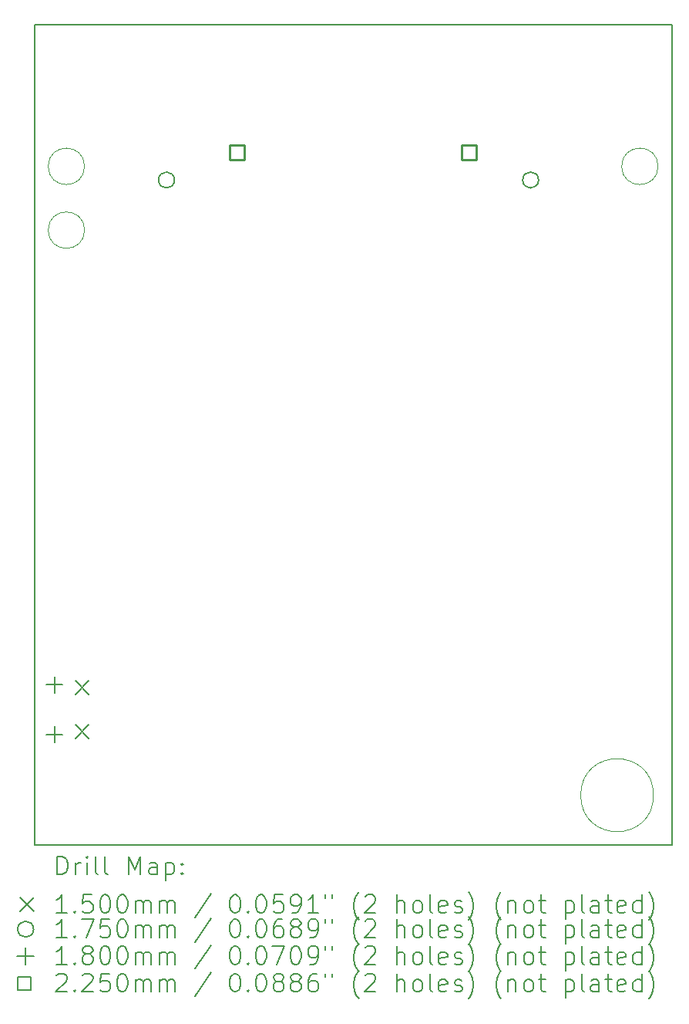
<source format=gbr>
%TF.GenerationSoftware,KiCad,Pcbnew,8.0.1*%
%TF.CreationDate,2024-04-03T17:19:38+02:00*%
%TF.ProjectId,shawazu-gb-dumper,73686177-617a-4752-9d67-622d64756d70,rev?*%
%TF.SameCoordinates,Original*%
%TF.FileFunction,Drillmap*%
%TF.FilePolarity,Positive*%
%FSLAX45Y45*%
G04 Gerber Fmt 4.5, Leading zero omitted, Abs format (unit mm)*
G04 Created by KiCad (PCBNEW 8.0.1) date 2024-04-03 17:19:38*
%MOMM*%
%LPD*%
G01*
G04 APERTURE LIST*
%ADD10C,0.050000*%
%ADD11C,0.200000*%
%ADD12C,0.150000*%
%ADD13C,0.175000*%
%ADD14C,0.180000*%
%ADD15C,0.225000*%
G04 APERTURE END LIST*
D10*
X11050000Y-4000000D02*
G75*
G02*
X10650000Y-4000000I-200000J0D01*
G01*
X10650000Y-4000000D02*
G75*
G02*
X11050000Y-4000000I200000J0D01*
G01*
D11*
X10500000Y-11450000D02*
X17500000Y-11450000D01*
X17500000Y-2450000D02*
X17500000Y-11450000D01*
D10*
X17300000Y-10900000D02*
G75*
G02*
X16500000Y-10900000I-400000J0D01*
G01*
X16500000Y-10900000D02*
G75*
G02*
X17300000Y-10900000I400000J0D01*
G01*
X17350000Y-4000000D02*
G75*
G02*
X16950000Y-4000000I-200000J0D01*
G01*
X16950000Y-4000000D02*
G75*
G02*
X17350000Y-4000000I200000J0D01*
G01*
D11*
X10500000Y-2450000D02*
X10500000Y-11450000D01*
D10*
X11050000Y-4700000D02*
G75*
G02*
X10650000Y-4700000I-200000J0D01*
G01*
X10650000Y-4700000D02*
G75*
G02*
X11050000Y-4700000I200000J0D01*
G01*
D11*
X10500000Y-2450000D02*
X17500000Y-2450000D01*
D12*
X10947000Y-9643500D02*
X11097000Y-9793500D01*
X11097000Y-9643500D02*
X10947000Y-9793500D01*
X10947000Y-10128500D02*
X11097000Y-10278500D01*
X11097000Y-10128500D02*
X10947000Y-10278500D01*
D13*
X12037500Y-4150000D02*
G75*
G02*
X11862500Y-4150000I-87500J0D01*
G01*
X11862500Y-4150000D02*
G75*
G02*
X12037500Y-4150000I87500J0D01*
G01*
X16037500Y-4150000D02*
G75*
G02*
X15862500Y-4150000I-87500J0D01*
G01*
X15862500Y-4150000D02*
G75*
G02*
X16037500Y-4150000I87500J0D01*
G01*
D14*
X10719000Y-9598500D02*
X10719000Y-9778500D01*
X10629000Y-9688500D02*
X10809000Y-9688500D01*
X10719000Y-10143500D02*
X10719000Y-10323500D01*
X10629000Y-10233500D02*
X10809000Y-10233500D01*
D15*
X12804550Y-3929550D02*
X12804550Y-3770450D01*
X12645450Y-3770450D01*
X12645450Y-3929550D01*
X12804550Y-3929550D01*
X15354550Y-3929550D02*
X15354550Y-3770450D01*
X15195450Y-3770450D01*
X15195450Y-3929550D01*
X15354550Y-3929550D01*
D11*
X10750777Y-11771484D02*
X10750777Y-11571484D01*
X10750777Y-11571484D02*
X10798396Y-11571484D01*
X10798396Y-11571484D02*
X10826967Y-11581008D01*
X10826967Y-11581008D02*
X10846015Y-11600055D01*
X10846015Y-11600055D02*
X10855539Y-11619103D01*
X10855539Y-11619103D02*
X10865063Y-11657198D01*
X10865063Y-11657198D02*
X10865063Y-11685769D01*
X10865063Y-11685769D02*
X10855539Y-11723865D01*
X10855539Y-11723865D02*
X10846015Y-11742912D01*
X10846015Y-11742912D02*
X10826967Y-11761960D01*
X10826967Y-11761960D02*
X10798396Y-11771484D01*
X10798396Y-11771484D02*
X10750777Y-11771484D01*
X10950777Y-11771484D02*
X10950777Y-11638150D01*
X10950777Y-11676246D02*
X10960301Y-11657198D01*
X10960301Y-11657198D02*
X10969824Y-11647674D01*
X10969824Y-11647674D02*
X10988872Y-11638150D01*
X10988872Y-11638150D02*
X11007920Y-11638150D01*
X11074586Y-11771484D02*
X11074586Y-11638150D01*
X11074586Y-11571484D02*
X11065063Y-11581008D01*
X11065063Y-11581008D02*
X11074586Y-11590531D01*
X11074586Y-11590531D02*
X11084110Y-11581008D01*
X11084110Y-11581008D02*
X11074586Y-11571484D01*
X11074586Y-11571484D02*
X11074586Y-11590531D01*
X11198396Y-11771484D02*
X11179348Y-11761960D01*
X11179348Y-11761960D02*
X11169824Y-11742912D01*
X11169824Y-11742912D02*
X11169824Y-11571484D01*
X11303158Y-11771484D02*
X11284110Y-11761960D01*
X11284110Y-11761960D02*
X11274586Y-11742912D01*
X11274586Y-11742912D02*
X11274586Y-11571484D01*
X11531729Y-11771484D02*
X11531729Y-11571484D01*
X11531729Y-11571484D02*
X11598396Y-11714341D01*
X11598396Y-11714341D02*
X11665062Y-11571484D01*
X11665062Y-11571484D02*
X11665062Y-11771484D01*
X11846015Y-11771484D02*
X11846015Y-11666722D01*
X11846015Y-11666722D02*
X11836491Y-11647674D01*
X11836491Y-11647674D02*
X11817443Y-11638150D01*
X11817443Y-11638150D02*
X11779348Y-11638150D01*
X11779348Y-11638150D02*
X11760301Y-11647674D01*
X11846015Y-11761960D02*
X11826967Y-11771484D01*
X11826967Y-11771484D02*
X11779348Y-11771484D01*
X11779348Y-11771484D02*
X11760301Y-11761960D01*
X11760301Y-11761960D02*
X11750777Y-11742912D01*
X11750777Y-11742912D02*
X11750777Y-11723865D01*
X11750777Y-11723865D02*
X11760301Y-11704817D01*
X11760301Y-11704817D02*
X11779348Y-11695293D01*
X11779348Y-11695293D02*
X11826967Y-11695293D01*
X11826967Y-11695293D02*
X11846015Y-11685769D01*
X11941253Y-11638150D02*
X11941253Y-11838150D01*
X11941253Y-11647674D02*
X11960301Y-11638150D01*
X11960301Y-11638150D02*
X11998396Y-11638150D01*
X11998396Y-11638150D02*
X12017443Y-11647674D01*
X12017443Y-11647674D02*
X12026967Y-11657198D01*
X12026967Y-11657198D02*
X12036491Y-11676246D01*
X12036491Y-11676246D02*
X12036491Y-11733388D01*
X12036491Y-11733388D02*
X12026967Y-11752436D01*
X12026967Y-11752436D02*
X12017443Y-11761960D01*
X12017443Y-11761960D02*
X11998396Y-11771484D01*
X11998396Y-11771484D02*
X11960301Y-11771484D01*
X11960301Y-11771484D02*
X11941253Y-11761960D01*
X12122205Y-11752436D02*
X12131729Y-11761960D01*
X12131729Y-11761960D02*
X12122205Y-11771484D01*
X12122205Y-11771484D02*
X12112682Y-11761960D01*
X12112682Y-11761960D02*
X12122205Y-11752436D01*
X12122205Y-11752436D02*
X12122205Y-11771484D01*
X12122205Y-11647674D02*
X12131729Y-11657198D01*
X12131729Y-11657198D02*
X12122205Y-11666722D01*
X12122205Y-11666722D02*
X12112682Y-11657198D01*
X12112682Y-11657198D02*
X12122205Y-11647674D01*
X12122205Y-11647674D02*
X12122205Y-11666722D01*
D12*
X10340000Y-12025000D02*
X10490000Y-12175000D01*
X10490000Y-12025000D02*
X10340000Y-12175000D01*
D11*
X10855539Y-12191484D02*
X10741253Y-12191484D01*
X10798396Y-12191484D02*
X10798396Y-11991484D01*
X10798396Y-11991484D02*
X10779348Y-12020055D01*
X10779348Y-12020055D02*
X10760301Y-12039103D01*
X10760301Y-12039103D02*
X10741253Y-12048627D01*
X10941253Y-12172436D02*
X10950777Y-12181960D01*
X10950777Y-12181960D02*
X10941253Y-12191484D01*
X10941253Y-12191484D02*
X10931729Y-12181960D01*
X10931729Y-12181960D02*
X10941253Y-12172436D01*
X10941253Y-12172436D02*
X10941253Y-12191484D01*
X11131729Y-11991484D02*
X11036491Y-11991484D01*
X11036491Y-11991484D02*
X11026967Y-12086722D01*
X11026967Y-12086722D02*
X11036491Y-12077198D01*
X11036491Y-12077198D02*
X11055539Y-12067674D01*
X11055539Y-12067674D02*
X11103158Y-12067674D01*
X11103158Y-12067674D02*
X11122205Y-12077198D01*
X11122205Y-12077198D02*
X11131729Y-12086722D01*
X11131729Y-12086722D02*
X11141253Y-12105769D01*
X11141253Y-12105769D02*
X11141253Y-12153388D01*
X11141253Y-12153388D02*
X11131729Y-12172436D01*
X11131729Y-12172436D02*
X11122205Y-12181960D01*
X11122205Y-12181960D02*
X11103158Y-12191484D01*
X11103158Y-12191484D02*
X11055539Y-12191484D01*
X11055539Y-12191484D02*
X11036491Y-12181960D01*
X11036491Y-12181960D02*
X11026967Y-12172436D01*
X11265062Y-11991484D02*
X11284110Y-11991484D01*
X11284110Y-11991484D02*
X11303158Y-12001008D01*
X11303158Y-12001008D02*
X11312682Y-12010531D01*
X11312682Y-12010531D02*
X11322205Y-12029579D01*
X11322205Y-12029579D02*
X11331729Y-12067674D01*
X11331729Y-12067674D02*
X11331729Y-12115293D01*
X11331729Y-12115293D02*
X11322205Y-12153388D01*
X11322205Y-12153388D02*
X11312682Y-12172436D01*
X11312682Y-12172436D02*
X11303158Y-12181960D01*
X11303158Y-12181960D02*
X11284110Y-12191484D01*
X11284110Y-12191484D02*
X11265062Y-12191484D01*
X11265062Y-12191484D02*
X11246015Y-12181960D01*
X11246015Y-12181960D02*
X11236491Y-12172436D01*
X11236491Y-12172436D02*
X11226967Y-12153388D01*
X11226967Y-12153388D02*
X11217443Y-12115293D01*
X11217443Y-12115293D02*
X11217443Y-12067674D01*
X11217443Y-12067674D02*
X11226967Y-12029579D01*
X11226967Y-12029579D02*
X11236491Y-12010531D01*
X11236491Y-12010531D02*
X11246015Y-12001008D01*
X11246015Y-12001008D02*
X11265062Y-11991484D01*
X11455539Y-11991484D02*
X11474586Y-11991484D01*
X11474586Y-11991484D02*
X11493634Y-12001008D01*
X11493634Y-12001008D02*
X11503158Y-12010531D01*
X11503158Y-12010531D02*
X11512682Y-12029579D01*
X11512682Y-12029579D02*
X11522205Y-12067674D01*
X11522205Y-12067674D02*
X11522205Y-12115293D01*
X11522205Y-12115293D02*
X11512682Y-12153388D01*
X11512682Y-12153388D02*
X11503158Y-12172436D01*
X11503158Y-12172436D02*
X11493634Y-12181960D01*
X11493634Y-12181960D02*
X11474586Y-12191484D01*
X11474586Y-12191484D02*
X11455539Y-12191484D01*
X11455539Y-12191484D02*
X11436491Y-12181960D01*
X11436491Y-12181960D02*
X11426967Y-12172436D01*
X11426967Y-12172436D02*
X11417443Y-12153388D01*
X11417443Y-12153388D02*
X11407920Y-12115293D01*
X11407920Y-12115293D02*
X11407920Y-12067674D01*
X11407920Y-12067674D02*
X11417443Y-12029579D01*
X11417443Y-12029579D02*
X11426967Y-12010531D01*
X11426967Y-12010531D02*
X11436491Y-12001008D01*
X11436491Y-12001008D02*
X11455539Y-11991484D01*
X11607920Y-12191484D02*
X11607920Y-12058150D01*
X11607920Y-12077198D02*
X11617443Y-12067674D01*
X11617443Y-12067674D02*
X11636491Y-12058150D01*
X11636491Y-12058150D02*
X11665063Y-12058150D01*
X11665063Y-12058150D02*
X11684110Y-12067674D01*
X11684110Y-12067674D02*
X11693634Y-12086722D01*
X11693634Y-12086722D02*
X11693634Y-12191484D01*
X11693634Y-12086722D02*
X11703158Y-12067674D01*
X11703158Y-12067674D02*
X11722205Y-12058150D01*
X11722205Y-12058150D02*
X11750777Y-12058150D01*
X11750777Y-12058150D02*
X11769824Y-12067674D01*
X11769824Y-12067674D02*
X11779348Y-12086722D01*
X11779348Y-12086722D02*
X11779348Y-12191484D01*
X11874586Y-12191484D02*
X11874586Y-12058150D01*
X11874586Y-12077198D02*
X11884110Y-12067674D01*
X11884110Y-12067674D02*
X11903158Y-12058150D01*
X11903158Y-12058150D02*
X11931729Y-12058150D01*
X11931729Y-12058150D02*
X11950777Y-12067674D01*
X11950777Y-12067674D02*
X11960301Y-12086722D01*
X11960301Y-12086722D02*
X11960301Y-12191484D01*
X11960301Y-12086722D02*
X11969824Y-12067674D01*
X11969824Y-12067674D02*
X11988872Y-12058150D01*
X11988872Y-12058150D02*
X12017443Y-12058150D01*
X12017443Y-12058150D02*
X12036491Y-12067674D01*
X12036491Y-12067674D02*
X12046015Y-12086722D01*
X12046015Y-12086722D02*
X12046015Y-12191484D01*
X12436491Y-11981960D02*
X12265063Y-12239103D01*
X12693634Y-11991484D02*
X12712682Y-11991484D01*
X12712682Y-11991484D02*
X12731729Y-12001008D01*
X12731729Y-12001008D02*
X12741253Y-12010531D01*
X12741253Y-12010531D02*
X12750777Y-12029579D01*
X12750777Y-12029579D02*
X12760301Y-12067674D01*
X12760301Y-12067674D02*
X12760301Y-12115293D01*
X12760301Y-12115293D02*
X12750777Y-12153388D01*
X12750777Y-12153388D02*
X12741253Y-12172436D01*
X12741253Y-12172436D02*
X12731729Y-12181960D01*
X12731729Y-12181960D02*
X12712682Y-12191484D01*
X12712682Y-12191484D02*
X12693634Y-12191484D01*
X12693634Y-12191484D02*
X12674586Y-12181960D01*
X12674586Y-12181960D02*
X12665063Y-12172436D01*
X12665063Y-12172436D02*
X12655539Y-12153388D01*
X12655539Y-12153388D02*
X12646015Y-12115293D01*
X12646015Y-12115293D02*
X12646015Y-12067674D01*
X12646015Y-12067674D02*
X12655539Y-12029579D01*
X12655539Y-12029579D02*
X12665063Y-12010531D01*
X12665063Y-12010531D02*
X12674586Y-12001008D01*
X12674586Y-12001008D02*
X12693634Y-11991484D01*
X12846015Y-12172436D02*
X12855539Y-12181960D01*
X12855539Y-12181960D02*
X12846015Y-12191484D01*
X12846015Y-12191484D02*
X12836491Y-12181960D01*
X12836491Y-12181960D02*
X12846015Y-12172436D01*
X12846015Y-12172436D02*
X12846015Y-12191484D01*
X12979348Y-11991484D02*
X12998396Y-11991484D01*
X12998396Y-11991484D02*
X13017444Y-12001008D01*
X13017444Y-12001008D02*
X13026967Y-12010531D01*
X13026967Y-12010531D02*
X13036491Y-12029579D01*
X13036491Y-12029579D02*
X13046015Y-12067674D01*
X13046015Y-12067674D02*
X13046015Y-12115293D01*
X13046015Y-12115293D02*
X13036491Y-12153388D01*
X13036491Y-12153388D02*
X13026967Y-12172436D01*
X13026967Y-12172436D02*
X13017444Y-12181960D01*
X13017444Y-12181960D02*
X12998396Y-12191484D01*
X12998396Y-12191484D02*
X12979348Y-12191484D01*
X12979348Y-12191484D02*
X12960301Y-12181960D01*
X12960301Y-12181960D02*
X12950777Y-12172436D01*
X12950777Y-12172436D02*
X12941253Y-12153388D01*
X12941253Y-12153388D02*
X12931729Y-12115293D01*
X12931729Y-12115293D02*
X12931729Y-12067674D01*
X12931729Y-12067674D02*
X12941253Y-12029579D01*
X12941253Y-12029579D02*
X12950777Y-12010531D01*
X12950777Y-12010531D02*
X12960301Y-12001008D01*
X12960301Y-12001008D02*
X12979348Y-11991484D01*
X13226967Y-11991484D02*
X13131729Y-11991484D01*
X13131729Y-11991484D02*
X13122206Y-12086722D01*
X13122206Y-12086722D02*
X13131729Y-12077198D01*
X13131729Y-12077198D02*
X13150777Y-12067674D01*
X13150777Y-12067674D02*
X13198396Y-12067674D01*
X13198396Y-12067674D02*
X13217444Y-12077198D01*
X13217444Y-12077198D02*
X13226967Y-12086722D01*
X13226967Y-12086722D02*
X13236491Y-12105769D01*
X13236491Y-12105769D02*
X13236491Y-12153388D01*
X13236491Y-12153388D02*
X13226967Y-12172436D01*
X13226967Y-12172436D02*
X13217444Y-12181960D01*
X13217444Y-12181960D02*
X13198396Y-12191484D01*
X13198396Y-12191484D02*
X13150777Y-12191484D01*
X13150777Y-12191484D02*
X13131729Y-12181960D01*
X13131729Y-12181960D02*
X13122206Y-12172436D01*
X13331729Y-12191484D02*
X13369825Y-12191484D01*
X13369825Y-12191484D02*
X13388872Y-12181960D01*
X13388872Y-12181960D02*
X13398396Y-12172436D01*
X13398396Y-12172436D02*
X13417444Y-12143865D01*
X13417444Y-12143865D02*
X13426967Y-12105769D01*
X13426967Y-12105769D02*
X13426967Y-12029579D01*
X13426967Y-12029579D02*
X13417444Y-12010531D01*
X13417444Y-12010531D02*
X13407920Y-12001008D01*
X13407920Y-12001008D02*
X13388872Y-11991484D01*
X13388872Y-11991484D02*
X13350777Y-11991484D01*
X13350777Y-11991484D02*
X13331729Y-12001008D01*
X13331729Y-12001008D02*
X13322206Y-12010531D01*
X13322206Y-12010531D02*
X13312682Y-12029579D01*
X13312682Y-12029579D02*
X13312682Y-12077198D01*
X13312682Y-12077198D02*
X13322206Y-12096246D01*
X13322206Y-12096246D02*
X13331729Y-12105769D01*
X13331729Y-12105769D02*
X13350777Y-12115293D01*
X13350777Y-12115293D02*
X13388872Y-12115293D01*
X13388872Y-12115293D02*
X13407920Y-12105769D01*
X13407920Y-12105769D02*
X13417444Y-12096246D01*
X13417444Y-12096246D02*
X13426967Y-12077198D01*
X13617444Y-12191484D02*
X13503158Y-12191484D01*
X13560301Y-12191484D02*
X13560301Y-11991484D01*
X13560301Y-11991484D02*
X13541253Y-12020055D01*
X13541253Y-12020055D02*
X13522206Y-12039103D01*
X13522206Y-12039103D02*
X13503158Y-12048627D01*
X13693634Y-11991484D02*
X13693634Y-12029579D01*
X13769825Y-11991484D02*
X13769825Y-12029579D01*
X14065063Y-12267674D02*
X14055539Y-12258150D01*
X14055539Y-12258150D02*
X14036491Y-12229579D01*
X14036491Y-12229579D02*
X14026968Y-12210531D01*
X14026968Y-12210531D02*
X14017444Y-12181960D01*
X14017444Y-12181960D02*
X14007920Y-12134341D01*
X14007920Y-12134341D02*
X14007920Y-12096246D01*
X14007920Y-12096246D02*
X14017444Y-12048627D01*
X14017444Y-12048627D02*
X14026968Y-12020055D01*
X14026968Y-12020055D02*
X14036491Y-12001008D01*
X14036491Y-12001008D02*
X14055539Y-11972436D01*
X14055539Y-11972436D02*
X14065063Y-11962912D01*
X14131729Y-12010531D02*
X14141253Y-12001008D01*
X14141253Y-12001008D02*
X14160301Y-11991484D01*
X14160301Y-11991484D02*
X14207920Y-11991484D01*
X14207920Y-11991484D02*
X14226968Y-12001008D01*
X14226968Y-12001008D02*
X14236491Y-12010531D01*
X14236491Y-12010531D02*
X14246015Y-12029579D01*
X14246015Y-12029579D02*
X14246015Y-12048627D01*
X14246015Y-12048627D02*
X14236491Y-12077198D01*
X14236491Y-12077198D02*
X14122206Y-12191484D01*
X14122206Y-12191484D02*
X14246015Y-12191484D01*
X14484110Y-12191484D02*
X14484110Y-11991484D01*
X14569825Y-12191484D02*
X14569825Y-12086722D01*
X14569825Y-12086722D02*
X14560301Y-12067674D01*
X14560301Y-12067674D02*
X14541253Y-12058150D01*
X14541253Y-12058150D02*
X14512682Y-12058150D01*
X14512682Y-12058150D02*
X14493634Y-12067674D01*
X14493634Y-12067674D02*
X14484110Y-12077198D01*
X14693634Y-12191484D02*
X14674587Y-12181960D01*
X14674587Y-12181960D02*
X14665063Y-12172436D01*
X14665063Y-12172436D02*
X14655539Y-12153388D01*
X14655539Y-12153388D02*
X14655539Y-12096246D01*
X14655539Y-12096246D02*
X14665063Y-12077198D01*
X14665063Y-12077198D02*
X14674587Y-12067674D01*
X14674587Y-12067674D02*
X14693634Y-12058150D01*
X14693634Y-12058150D02*
X14722206Y-12058150D01*
X14722206Y-12058150D02*
X14741253Y-12067674D01*
X14741253Y-12067674D02*
X14750777Y-12077198D01*
X14750777Y-12077198D02*
X14760301Y-12096246D01*
X14760301Y-12096246D02*
X14760301Y-12153388D01*
X14760301Y-12153388D02*
X14750777Y-12172436D01*
X14750777Y-12172436D02*
X14741253Y-12181960D01*
X14741253Y-12181960D02*
X14722206Y-12191484D01*
X14722206Y-12191484D02*
X14693634Y-12191484D01*
X14874587Y-12191484D02*
X14855539Y-12181960D01*
X14855539Y-12181960D02*
X14846015Y-12162912D01*
X14846015Y-12162912D02*
X14846015Y-11991484D01*
X15026968Y-12181960D02*
X15007920Y-12191484D01*
X15007920Y-12191484D02*
X14969825Y-12191484D01*
X14969825Y-12191484D02*
X14950777Y-12181960D01*
X14950777Y-12181960D02*
X14941253Y-12162912D01*
X14941253Y-12162912D02*
X14941253Y-12086722D01*
X14941253Y-12086722D02*
X14950777Y-12067674D01*
X14950777Y-12067674D02*
X14969825Y-12058150D01*
X14969825Y-12058150D02*
X15007920Y-12058150D01*
X15007920Y-12058150D02*
X15026968Y-12067674D01*
X15026968Y-12067674D02*
X15036491Y-12086722D01*
X15036491Y-12086722D02*
X15036491Y-12105769D01*
X15036491Y-12105769D02*
X14941253Y-12124817D01*
X15112682Y-12181960D02*
X15131730Y-12191484D01*
X15131730Y-12191484D02*
X15169825Y-12191484D01*
X15169825Y-12191484D02*
X15188872Y-12181960D01*
X15188872Y-12181960D02*
X15198396Y-12162912D01*
X15198396Y-12162912D02*
X15198396Y-12153388D01*
X15198396Y-12153388D02*
X15188872Y-12134341D01*
X15188872Y-12134341D02*
X15169825Y-12124817D01*
X15169825Y-12124817D02*
X15141253Y-12124817D01*
X15141253Y-12124817D02*
X15122206Y-12115293D01*
X15122206Y-12115293D02*
X15112682Y-12096246D01*
X15112682Y-12096246D02*
X15112682Y-12086722D01*
X15112682Y-12086722D02*
X15122206Y-12067674D01*
X15122206Y-12067674D02*
X15141253Y-12058150D01*
X15141253Y-12058150D02*
X15169825Y-12058150D01*
X15169825Y-12058150D02*
X15188872Y-12067674D01*
X15265063Y-12267674D02*
X15274587Y-12258150D01*
X15274587Y-12258150D02*
X15293634Y-12229579D01*
X15293634Y-12229579D02*
X15303158Y-12210531D01*
X15303158Y-12210531D02*
X15312682Y-12181960D01*
X15312682Y-12181960D02*
X15322206Y-12134341D01*
X15322206Y-12134341D02*
X15322206Y-12096246D01*
X15322206Y-12096246D02*
X15312682Y-12048627D01*
X15312682Y-12048627D02*
X15303158Y-12020055D01*
X15303158Y-12020055D02*
X15293634Y-12001008D01*
X15293634Y-12001008D02*
X15274587Y-11972436D01*
X15274587Y-11972436D02*
X15265063Y-11962912D01*
X15626968Y-12267674D02*
X15617444Y-12258150D01*
X15617444Y-12258150D02*
X15598396Y-12229579D01*
X15598396Y-12229579D02*
X15588872Y-12210531D01*
X15588872Y-12210531D02*
X15579349Y-12181960D01*
X15579349Y-12181960D02*
X15569825Y-12134341D01*
X15569825Y-12134341D02*
X15569825Y-12096246D01*
X15569825Y-12096246D02*
X15579349Y-12048627D01*
X15579349Y-12048627D02*
X15588872Y-12020055D01*
X15588872Y-12020055D02*
X15598396Y-12001008D01*
X15598396Y-12001008D02*
X15617444Y-11972436D01*
X15617444Y-11972436D02*
X15626968Y-11962912D01*
X15703158Y-12058150D02*
X15703158Y-12191484D01*
X15703158Y-12077198D02*
X15712682Y-12067674D01*
X15712682Y-12067674D02*
X15731730Y-12058150D01*
X15731730Y-12058150D02*
X15760301Y-12058150D01*
X15760301Y-12058150D02*
X15779349Y-12067674D01*
X15779349Y-12067674D02*
X15788872Y-12086722D01*
X15788872Y-12086722D02*
X15788872Y-12191484D01*
X15912682Y-12191484D02*
X15893634Y-12181960D01*
X15893634Y-12181960D02*
X15884111Y-12172436D01*
X15884111Y-12172436D02*
X15874587Y-12153388D01*
X15874587Y-12153388D02*
X15874587Y-12096246D01*
X15874587Y-12096246D02*
X15884111Y-12077198D01*
X15884111Y-12077198D02*
X15893634Y-12067674D01*
X15893634Y-12067674D02*
X15912682Y-12058150D01*
X15912682Y-12058150D02*
X15941253Y-12058150D01*
X15941253Y-12058150D02*
X15960301Y-12067674D01*
X15960301Y-12067674D02*
X15969825Y-12077198D01*
X15969825Y-12077198D02*
X15979349Y-12096246D01*
X15979349Y-12096246D02*
X15979349Y-12153388D01*
X15979349Y-12153388D02*
X15969825Y-12172436D01*
X15969825Y-12172436D02*
X15960301Y-12181960D01*
X15960301Y-12181960D02*
X15941253Y-12191484D01*
X15941253Y-12191484D02*
X15912682Y-12191484D01*
X16036492Y-12058150D02*
X16112682Y-12058150D01*
X16065063Y-11991484D02*
X16065063Y-12162912D01*
X16065063Y-12162912D02*
X16074587Y-12181960D01*
X16074587Y-12181960D02*
X16093634Y-12191484D01*
X16093634Y-12191484D02*
X16112682Y-12191484D01*
X16331730Y-12058150D02*
X16331730Y-12258150D01*
X16331730Y-12067674D02*
X16350777Y-12058150D01*
X16350777Y-12058150D02*
X16388873Y-12058150D01*
X16388873Y-12058150D02*
X16407920Y-12067674D01*
X16407920Y-12067674D02*
X16417444Y-12077198D01*
X16417444Y-12077198D02*
X16426968Y-12096246D01*
X16426968Y-12096246D02*
X16426968Y-12153388D01*
X16426968Y-12153388D02*
X16417444Y-12172436D01*
X16417444Y-12172436D02*
X16407920Y-12181960D01*
X16407920Y-12181960D02*
X16388873Y-12191484D01*
X16388873Y-12191484D02*
X16350777Y-12191484D01*
X16350777Y-12191484D02*
X16331730Y-12181960D01*
X16541253Y-12191484D02*
X16522206Y-12181960D01*
X16522206Y-12181960D02*
X16512682Y-12162912D01*
X16512682Y-12162912D02*
X16512682Y-11991484D01*
X16703158Y-12191484D02*
X16703158Y-12086722D01*
X16703158Y-12086722D02*
X16693634Y-12067674D01*
X16693634Y-12067674D02*
X16674587Y-12058150D01*
X16674587Y-12058150D02*
X16636492Y-12058150D01*
X16636492Y-12058150D02*
X16617444Y-12067674D01*
X16703158Y-12181960D02*
X16684111Y-12191484D01*
X16684111Y-12191484D02*
X16636492Y-12191484D01*
X16636492Y-12191484D02*
X16617444Y-12181960D01*
X16617444Y-12181960D02*
X16607920Y-12162912D01*
X16607920Y-12162912D02*
X16607920Y-12143865D01*
X16607920Y-12143865D02*
X16617444Y-12124817D01*
X16617444Y-12124817D02*
X16636492Y-12115293D01*
X16636492Y-12115293D02*
X16684111Y-12115293D01*
X16684111Y-12115293D02*
X16703158Y-12105769D01*
X16769825Y-12058150D02*
X16846015Y-12058150D01*
X16798396Y-11991484D02*
X16798396Y-12162912D01*
X16798396Y-12162912D02*
X16807920Y-12181960D01*
X16807920Y-12181960D02*
X16826968Y-12191484D01*
X16826968Y-12191484D02*
X16846015Y-12191484D01*
X16988873Y-12181960D02*
X16969825Y-12191484D01*
X16969825Y-12191484D02*
X16931730Y-12191484D01*
X16931730Y-12191484D02*
X16912682Y-12181960D01*
X16912682Y-12181960D02*
X16903158Y-12162912D01*
X16903158Y-12162912D02*
X16903158Y-12086722D01*
X16903158Y-12086722D02*
X16912682Y-12067674D01*
X16912682Y-12067674D02*
X16931730Y-12058150D01*
X16931730Y-12058150D02*
X16969825Y-12058150D01*
X16969825Y-12058150D02*
X16988873Y-12067674D01*
X16988873Y-12067674D02*
X16998396Y-12086722D01*
X16998396Y-12086722D02*
X16998396Y-12105769D01*
X16998396Y-12105769D02*
X16903158Y-12124817D01*
X17169825Y-12191484D02*
X17169825Y-11991484D01*
X17169825Y-12181960D02*
X17150777Y-12191484D01*
X17150777Y-12191484D02*
X17112682Y-12191484D01*
X17112682Y-12191484D02*
X17093635Y-12181960D01*
X17093635Y-12181960D02*
X17084111Y-12172436D01*
X17084111Y-12172436D02*
X17074587Y-12153388D01*
X17074587Y-12153388D02*
X17074587Y-12096246D01*
X17074587Y-12096246D02*
X17084111Y-12077198D01*
X17084111Y-12077198D02*
X17093635Y-12067674D01*
X17093635Y-12067674D02*
X17112682Y-12058150D01*
X17112682Y-12058150D02*
X17150777Y-12058150D01*
X17150777Y-12058150D02*
X17169825Y-12067674D01*
X17246016Y-12267674D02*
X17255539Y-12258150D01*
X17255539Y-12258150D02*
X17274587Y-12229579D01*
X17274587Y-12229579D02*
X17284111Y-12210531D01*
X17284111Y-12210531D02*
X17293635Y-12181960D01*
X17293635Y-12181960D02*
X17303158Y-12134341D01*
X17303158Y-12134341D02*
X17303158Y-12096246D01*
X17303158Y-12096246D02*
X17293635Y-12048627D01*
X17293635Y-12048627D02*
X17284111Y-12020055D01*
X17284111Y-12020055D02*
X17274587Y-12001008D01*
X17274587Y-12001008D02*
X17255539Y-11972436D01*
X17255539Y-11972436D02*
X17246016Y-11962912D01*
D13*
X10490000Y-12370000D02*
G75*
G02*
X10315000Y-12370000I-87500J0D01*
G01*
X10315000Y-12370000D02*
G75*
G02*
X10490000Y-12370000I87500J0D01*
G01*
D11*
X10855539Y-12461484D02*
X10741253Y-12461484D01*
X10798396Y-12461484D02*
X10798396Y-12261484D01*
X10798396Y-12261484D02*
X10779348Y-12290055D01*
X10779348Y-12290055D02*
X10760301Y-12309103D01*
X10760301Y-12309103D02*
X10741253Y-12318627D01*
X10941253Y-12442436D02*
X10950777Y-12451960D01*
X10950777Y-12451960D02*
X10941253Y-12461484D01*
X10941253Y-12461484D02*
X10931729Y-12451960D01*
X10931729Y-12451960D02*
X10941253Y-12442436D01*
X10941253Y-12442436D02*
X10941253Y-12461484D01*
X11017444Y-12261484D02*
X11150777Y-12261484D01*
X11150777Y-12261484D02*
X11065063Y-12461484D01*
X11322205Y-12261484D02*
X11226967Y-12261484D01*
X11226967Y-12261484D02*
X11217443Y-12356722D01*
X11217443Y-12356722D02*
X11226967Y-12347198D01*
X11226967Y-12347198D02*
X11246015Y-12337674D01*
X11246015Y-12337674D02*
X11293634Y-12337674D01*
X11293634Y-12337674D02*
X11312682Y-12347198D01*
X11312682Y-12347198D02*
X11322205Y-12356722D01*
X11322205Y-12356722D02*
X11331729Y-12375769D01*
X11331729Y-12375769D02*
X11331729Y-12423388D01*
X11331729Y-12423388D02*
X11322205Y-12442436D01*
X11322205Y-12442436D02*
X11312682Y-12451960D01*
X11312682Y-12451960D02*
X11293634Y-12461484D01*
X11293634Y-12461484D02*
X11246015Y-12461484D01*
X11246015Y-12461484D02*
X11226967Y-12451960D01*
X11226967Y-12451960D02*
X11217443Y-12442436D01*
X11455539Y-12261484D02*
X11474586Y-12261484D01*
X11474586Y-12261484D02*
X11493634Y-12271008D01*
X11493634Y-12271008D02*
X11503158Y-12280531D01*
X11503158Y-12280531D02*
X11512682Y-12299579D01*
X11512682Y-12299579D02*
X11522205Y-12337674D01*
X11522205Y-12337674D02*
X11522205Y-12385293D01*
X11522205Y-12385293D02*
X11512682Y-12423388D01*
X11512682Y-12423388D02*
X11503158Y-12442436D01*
X11503158Y-12442436D02*
X11493634Y-12451960D01*
X11493634Y-12451960D02*
X11474586Y-12461484D01*
X11474586Y-12461484D02*
X11455539Y-12461484D01*
X11455539Y-12461484D02*
X11436491Y-12451960D01*
X11436491Y-12451960D02*
X11426967Y-12442436D01*
X11426967Y-12442436D02*
X11417443Y-12423388D01*
X11417443Y-12423388D02*
X11407920Y-12385293D01*
X11407920Y-12385293D02*
X11407920Y-12337674D01*
X11407920Y-12337674D02*
X11417443Y-12299579D01*
X11417443Y-12299579D02*
X11426967Y-12280531D01*
X11426967Y-12280531D02*
X11436491Y-12271008D01*
X11436491Y-12271008D02*
X11455539Y-12261484D01*
X11607920Y-12461484D02*
X11607920Y-12328150D01*
X11607920Y-12347198D02*
X11617443Y-12337674D01*
X11617443Y-12337674D02*
X11636491Y-12328150D01*
X11636491Y-12328150D02*
X11665063Y-12328150D01*
X11665063Y-12328150D02*
X11684110Y-12337674D01*
X11684110Y-12337674D02*
X11693634Y-12356722D01*
X11693634Y-12356722D02*
X11693634Y-12461484D01*
X11693634Y-12356722D02*
X11703158Y-12337674D01*
X11703158Y-12337674D02*
X11722205Y-12328150D01*
X11722205Y-12328150D02*
X11750777Y-12328150D01*
X11750777Y-12328150D02*
X11769824Y-12337674D01*
X11769824Y-12337674D02*
X11779348Y-12356722D01*
X11779348Y-12356722D02*
X11779348Y-12461484D01*
X11874586Y-12461484D02*
X11874586Y-12328150D01*
X11874586Y-12347198D02*
X11884110Y-12337674D01*
X11884110Y-12337674D02*
X11903158Y-12328150D01*
X11903158Y-12328150D02*
X11931729Y-12328150D01*
X11931729Y-12328150D02*
X11950777Y-12337674D01*
X11950777Y-12337674D02*
X11960301Y-12356722D01*
X11960301Y-12356722D02*
X11960301Y-12461484D01*
X11960301Y-12356722D02*
X11969824Y-12337674D01*
X11969824Y-12337674D02*
X11988872Y-12328150D01*
X11988872Y-12328150D02*
X12017443Y-12328150D01*
X12017443Y-12328150D02*
X12036491Y-12337674D01*
X12036491Y-12337674D02*
X12046015Y-12356722D01*
X12046015Y-12356722D02*
X12046015Y-12461484D01*
X12436491Y-12251960D02*
X12265063Y-12509103D01*
X12693634Y-12261484D02*
X12712682Y-12261484D01*
X12712682Y-12261484D02*
X12731729Y-12271008D01*
X12731729Y-12271008D02*
X12741253Y-12280531D01*
X12741253Y-12280531D02*
X12750777Y-12299579D01*
X12750777Y-12299579D02*
X12760301Y-12337674D01*
X12760301Y-12337674D02*
X12760301Y-12385293D01*
X12760301Y-12385293D02*
X12750777Y-12423388D01*
X12750777Y-12423388D02*
X12741253Y-12442436D01*
X12741253Y-12442436D02*
X12731729Y-12451960D01*
X12731729Y-12451960D02*
X12712682Y-12461484D01*
X12712682Y-12461484D02*
X12693634Y-12461484D01*
X12693634Y-12461484D02*
X12674586Y-12451960D01*
X12674586Y-12451960D02*
X12665063Y-12442436D01*
X12665063Y-12442436D02*
X12655539Y-12423388D01*
X12655539Y-12423388D02*
X12646015Y-12385293D01*
X12646015Y-12385293D02*
X12646015Y-12337674D01*
X12646015Y-12337674D02*
X12655539Y-12299579D01*
X12655539Y-12299579D02*
X12665063Y-12280531D01*
X12665063Y-12280531D02*
X12674586Y-12271008D01*
X12674586Y-12271008D02*
X12693634Y-12261484D01*
X12846015Y-12442436D02*
X12855539Y-12451960D01*
X12855539Y-12451960D02*
X12846015Y-12461484D01*
X12846015Y-12461484D02*
X12836491Y-12451960D01*
X12836491Y-12451960D02*
X12846015Y-12442436D01*
X12846015Y-12442436D02*
X12846015Y-12461484D01*
X12979348Y-12261484D02*
X12998396Y-12261484D01*
X12998396Y-12261484D02*
X13017444Y-12271008D01*
X13017444Y-12271008D02*
X13026967Y-12280531D01*
X13026967Y-12280531D02*
X13036491Y-12299579D01*
X13036491Y-12299579D02*
X13046015Y-12337674D01*
X13046015Y-12337674D02*
X13046015Y-12385293D01*
X13046015Y-12385293D02*
X13036491Y-12423388D01*
X13036491Y-12423388D02*
X13026967Y-12442436D01*
X13026967Y-12442436D02*
X13017444Y-12451960D01*
X13017444Y-12451960D02*
X12998396Y-12461484D01*
X12998396Y-12461484D02*
X12979348Y-12461484D01*
X12979348Y-12461484D02*
X12960301Y-12451960D01*
X12960301Y-12451960D02*
X12950777Y-12442436D01*
X12950777Y-12442436D02*
X12941253Y-12423388D01*
X12941253Y-12423388D02*
X12931729Y-12385293D01*
X12931729Y-12385293D02*
X12931729Y-12337674D01*
X12931729Y-12337674D02*
X12941253Y-12299579D01*
X12941253Y-12299579D02*
X12950777Y-12280531D01*
X12950777Y-12280531D02*
X12960301Y-12271008D01*
X12960301Y-12271008D02*
X12979348Y-12261484D01*
X13217444Y-12261484D02*
X13179348Y-12261484D01*
X13179348Y-12261484D02*
X13160301Y-12271008D01*
X13160301Y-12271008D02*
X13150777Y-12280531D01*
X13150777Y-12280531D02*
X13131729Y-12309103D01*
X13131729Y-12309103D02*
X13122206Y-12347198D01*
X13122206Y-12347198D02*
X13122206Y-12423388D01*
X13122206Y-12423388D02*
X13131729Y-12442436D01*
X13131729Y-12442436D02*
X13141253Y-12451960D01*
X13141253Y-12451960D02*
X13160301Y-12461484D01*
X13160301Y-12461484D02*
X13198396Y-12461484D01*
X13198396Y-12461484D02*
X13217444Y-12451960D01*
X13217444Y-12451960D02*
X13226967Y-12442436D01*
X13226967Y-12442436D02*
X13236491Y-12423388D01*
X13236491Y-12423388D02*
X13236491Y-12375769D01*
X13236491Y-12375769D02*
X13226967Y-12356722D01*
X13226967Y-12356722D02*
X13217444Y-12347198D01*
X13217444Y-12347198D02*
X13198396Y-12337674D01*
X13198396Y-12337674D02*
X13160301Y-12337674D01*
X13160301Y-12337674D02*
X13141253Y-12347198D01*
X13141253Y-12347198D02*
X13131729Y-12356722D01*
X13131729Y-12356722D02*
X13122206Y-12375769D01*
X13350777Y-12347198D02*
X13331729Y-12337674D01*
X13331729Y-12337674D02*
X13322206Y-12328150D01*
X13322206Y-12328150D02*
X13312682Y-12309103D01*
X13312682Y-12309103D02*
X13312682Y-12299579D01*
X13312682Y-12299579D02*
X13322206Y-12280531D01*
X13322206Y-12280531D02*
X13331729Y-12271008D01*
X13331729Y-12271008D02*
X13350777Y-12261484D01*
X13350777Y-12261484D02*
X13388872Y-12261484D01*
X13388872Y-12261484D02*
X13407920Y-12271008D01*
X13407920Y-12271008D02*
X13417444Y-12280531D01*
X13417444Y-12280531D02*
X13426967Y-12299579D01*
X13426967Y-12299579D02*
X13426967Y-12309103D01*
X13426967Y-12309103D02*
X13417444Y-12328150D01*
X13417444Y-12328150D02*
X13407920Y-12337674D01*
X13407920Y-12337674D02*
X13388872Y-12347198D01*
X13388872Y-12347198D02*
X13350777Y-12347198D01*
X13350777Y-12347198D02*
X13331729Y-12356722D01*
X13331729Y-12356722D02*
X13322206Y-12366246D01*
X13322206Y-12366246D02*
X13312682Y-12385293D01*
X13312682Y-12385293D02*
X13312682Y-12423388D01*
X13312682Y-12423388D02*
X13322206Y-12442436D01*
X13322206Y-12442436D02*
X13331729Y-12451960D01*
X13331729Y-12451960D02*
X13350777Y-12461484D01*
X13350777Y-12461484D02*
X13388872Y-12461484D01*
X13388872Y-12461484D02*
X13407920Y-12451960D01*
X13407920Y-12451960D02*
X13417444Y-12442436D01*
X13417444Y-12442436D02*
X13426967Y-12423388D01*
X13426967Y-12423388D02*
X13426967Y-12385293D01*
X13426967Y-12385293D02*
X13417444Y-12366246D01*
X13417444Y-12366246D02*
X13407920Y-12356722D01*
X13407920Y-12356722D02*
X13388872Y-12347198D01*
X13522206Y-12461484D02*
X13560301Y-12461484D01*
X13560301Y-12461484D02*
X13579348Y-12451960D01*
X13579348Y-12451960D02*
X13588872Y-12442436D01*
X13588872Y-12442436D02*
X13607920Y-12413865D01*
X13607920Y-12413865D02*
X13617444Y-12375769D01*
X13617444Y-12375769D02*
X13617444Y-12299579D01*
X13617444Y-12299579D02*
X13607920Y-12280531D01*
X13607920Y-12280531D02*
X13598396Y-12271008D01*
X13598396Y-12271008D02*
X13579348Y-12261484D01*
X13579348Y-12261484D02*
X13541253Y-12261484D01*
X13541253Y-12261484D02*
X13522206Y-12271008D01*
X13522206Y-12271008D02*
X13512682Y-12280531D01*
X13512682Y-12280531D02*
X13503158Y-12299579D01*
X13503158Y-12299579D02*
X13503158Y-12347198D01*
X13503158Y-12347198D02*
X13512682Y-12366246D01*
X13512682Y-12366246D02*
X13522206Y-12375769D01*
X13522206Y-12375769D02*
X13541253Y-12385293D01*
X13541253Y-12385293D02*
X13579348Y-12385293D01*
X13579348Y-12385293D02*
X13598396Y-12375769D01*
X13598396Y-12375769D02*
X13607920Y-12366246D01*
X13607920Y-12366246D02*
X13617444Y-12347198D01*
X13693634Y-12261484D02*
X13693634Y-12299579D01*
X13769825Y-12261484D02*
X13769825Y-12299579D01*
X14065063Y-12537674D02*
X14055539Y-12528150D01*
X14055539Y-12528150D02*
X14036491Y-12499579D01*
X14036491Y-12499579D02*
X14026968Y-12480531D01*
X14026968Y-12480531D02*
X14017444Y-12451960D01*
X14017444Y-12451960D02*
X14007920Y-12404341D01*
X14007920Y-12404341D02*
X14007920Y-12366246D01*
X14007920Y-12366246D02*
X14017444Y-12318627D01*
X14017444Y-12318627D02*
X14026968Y-12290055D01*
X14026968Y-12290055D02*
X14036491Y-12271008D01*
X14036491Y-12271008D02*
X14055539Y-12242436D01*
X14055539Y-12242436D02*
X14065063Y-12232912D01*
X14131729Y-12280531D02*
X14141253Y-12271008D01*
X14141253Y-12271008D02*
X14160301Y-12261484D01*
X14160301Y-12261484D02*
X14207920Y-12261484D01*
X14207920Y-12261484D02*
X14226968Y-12271008D01*
X14226968Y-12271008D02*
X14236491Y-12280531D01*
X14236491Y-12280531D02*
X14246015Y-12299579D01*
X14246015Y-12299579D02*
X14246015Y-12318627D01*
X14246015Y-12318627D02*
X14236491Y-12347198D01*
X14236491Y-12347198D02*
X14122206Y-12461484D01*
X14122206Y-12461484D02*
X14246015Y-12461484D01*
X14484110Y-12461484D02*
X14484110Y-12261484D01*
X14569825Y-12461484D02*
X14569825Y-12356722D01*
X14569825Y-12356722D02*
X14560301Y-12337674D01*
X14560301Y-12337674D02*
X14541253Y-12328150D01*
X14541253Y-12328150D02*
X14512682Y-12328150D01*
X14512682Y-12328150D02*
X14493634Y-12337674D01*
X14493634Y-12337674D02*
X14484110Y-12347198D01*
X14693634Y-12461484D02*
X14674587Y-12451960D01*
X14674587Y-12451960D02*
X14665063Y-12442436D01*
X14665063Y-12442436D02*
X14655539Y-12423388D01*
X14655539Y-12423388D02*
X14655539Y-12366246D01*
X14655539Y-12366246D02*
X14665063Y-12347198D01*
X14665063Y-12347198D02*
X14674587Y-12337674D01*
X14674587Y-12337674D02*
X14693634Y-12328150D01*
X14693634Y-12328150D02*
X14722206Y-12328150D01*
X14722206Y-12328150D02*
X14741253Y-12337674D01*
X14741253Y-12337674D02*
X14750777Y-12347198D01*
X14750777Y-12347198D02*
X14760301Y-12366246D01*
X14760301Y-12366246D02*
X14760301Y-12423388D01*
X14760301Y-12423388D02*
X14750777Y-12442436D01*
X14750777Y-12442436D02*
X14741253Y-12451960D01*
X14741253Y-12451960D02*
X14722206Y-12461484D01*
X14722206Y-12461484D02*
X14693634Y-12461484D01*
X14874587Y-12461484D02*
X14855539Y-12451960D01*
X14855539Y-12451960D02*
X14846015Y-12432912D01*
X14846015Y-12432912D02*
X14846015Y-12261484D01*
X15026968Y-12451960D02*
X15007920Y-12461484D01*
X15007920Y-12461484D02*
X14969825Y-12461484D01*
X14969825Y-12461484D02*
X14950777Y-12451960D01*
X14950777Y-12451960D02*
X14941253Y-12432912D01*
X14941253Y-12432912D02*
X14941253Y-12356722D01*
X14941253Y-12356722D02*
X14950777Y-12337674D01*
X14950777Y-12337674D02*
X14969825Y-12328150D01*
X14969825Y-12328150D02*
X15007920Y-12328150D01*
X15007920Y-12328150D02*
X15026968Y-12337674D01*
X15026968Y-12337674D02*
X15036491Y-12356722D01*
X15036491Y-12356722D02*
X15036491Y-12375769D01*
X15036491Y-12375769D02*
X14941253Y-12394817D01*
X15112682Y-12451960D02*
X15131730Y-12461484D01*
X15131730Y-12461484D02*
X15169825Y-12461484D01*
X15169825Y-12461484D02*
X15188872Y-12451960D01*
X15188872Y-12451960D02*
X15198396Y-12432912D01*
X15198396Y-12432912D02*
X15198396Y-12423388D01*
X15198396Y-12423388D02*
X15188872Y-12404341D01*
X15188872Y-12404341D02*
X15169825Y-12394817D01*
X15169825Y-12394817D02*
X15141253Y-12394817D01*
X15141253Y-12394817D02*
X15122206Y-12385293D01*
X15122206Y-12385293D02*
X15112682Y-12366246D01*
X15112682Y-12366246D02*
X15112682Y-12356722D01*
X15112682Y-12356722D02*
X15122206Y-12337674D01*
X15122206Y-12337674D02*
X15141253Y-12328150D01*
X15141253Y-12328150D02*
X15169825Y-12328150D01*
X15169825Y-12328150D02*
X15188872Y-12337674D01*
X15265063Y-12537674D02*
X15274587Y-12528150D01*
X15274587Y-12528150D02*
X15293634Y-12499579D01*
X15293634Y-12499579D02*
X15303158Y-12480531D01*
X15303158Y-12480531D02*
X15312682Y-12451960D01*
X15312682Y-12451960D02*
X15322206Y-12404341D01*
X15322206Y-12404341D02*
X15322206Y-12366246D01*
X15322206Y-12366246D02*
X15312682Y-12318627D01*
X15312682Y-12318627D02*
X15303158Y-12290055D01*
X15303158Y-12290055D02*
X15293634Y-12271008D01*
X15293634Y-12271008D02*
X15274587Y-12242436D01*
X15274587Y-12242436D02*
X15265063Y-12232912D01*
X15626968Y-12537674D02*
X15617444Y-12528150D01*
X15617444Y-12528150D02*
X15598396Y-12499579D01*
X15598396Y-12499579D02*
X15588872Y-12480531D01*
X15588872Y-12480531D02*
X15579349Y-12451960D01*
X15579349Y-12451960D02*
X15569825Y-12404341D01*
X15569825Y-12404341D02*
X15569825Y-12366246D01*
X15569825Y-12366246D02*
X15579349Y-12318627D01*
X15579349Y-12318627D02*
X15588872Y-12290055D01*
X15588872Y-12290055D02*
X15598396Y-12271008D01*
X15598396Y-12271008D02*
X15617444Y-12242436D01*
X15617444Y-12242436D02*
X15626968Y-12232912D01*
X15703158Y-12328150D02*
X15703158Y-12461484D01*
X15703158Y-12347198D02*
X15712682Y-12337674D01*
X15712682Y-12337674D02*
X15731730Y-12328150D01*
X15731730Y-12328150D02*
X15760301Y-12328150D01*
X15760301Y-12328150D02*
X15779349Y-12337674D01*
X15779349Y-12337674D02*
X15788872Y-12356722D01*
X15788872Y-12356722D02*
X15788872Y-12461484D01*
X15912682Y-12461484D02*
X15893634Y-12451960D01*
X15893634Y-12451960D02*
X15884111Y-12442436D01*
X15884111Y-12442436D02*
X15874587Y-12423388D01*
X15874587Y-12423388D02*
X15874587Y-12366246D01*
X15874587Y-12366246D02*
X15884111Y-12347198D01*
X15884111Y-12347198D02*
X15893634Y-12337674D01*
X15893634Y-12337674D02*
X15912682Y-12328150D01*
X15912682Y-12328150D02*
X15941253Y-12328150D01*
X15941253Y-12328150D02*
X15960301Y-12337674D01*
X15960301Y-12337674D02*
X15969825Y-12347198D01*
X15969825Y-12347198D02*
X15979349Y-12366246D01*
X15979349Y-12366246D02*
X15979349Y-12423388D01*
X15979349Y-12423388D02*
X15969825Y-12442436D01*
X15969825Y-12442436D02*
X15960301Y-12451960D01*
X15960301Y-12451960D02*
X15941253Y-12461484D01*
X15941253Y-12461484D02*
X15912682Y-12461484D01*
X16036492Y-12328150D02*
X16112682Y-12328150D01*
X16065063Y-12261484D02*
X16065063Y-12432912D01*
X16065063Y-12432912D02*
X16074587Y-12451960D01*
X16074587Y-12451960D02*
X16093634Y-12461484D01*
X16093634Y-12461484D02*
X16112682Y-12461484D01*
X16331730Y-12328150D02*
X16331730Y-12528150D01*
X16331730Y-12337674D02*
X16350777Y-12328150D01*
X16350777Y-12328150D02*
X16388873Y-12328150D01*
X16388873Y-12328150D02*
X16407920Y-12337674D01*
X16407920Y-12337674D02*
X16417444Y-12347198D01*
X16417444Y-12347198D02*
X16426968Y-12366246D01*
X16426968Y-12366246D02*
X16426968Y-12423388D01*
X16426968Y-12423388D02*
X16417444Y-12442436D01*
X16417444Y-12442436D02*
X16407920Y-12451960D01*
X16407920Y-12451960D02*
X16388873Y-12461484D01*
X16388873Y-12461484D02*
X16350777Y-12461484D01*
X16350777Y-12461484D02*
X16331730Y-12451960D01*
X16541253Y-12461484D02*
X16522206Y-12451960D01*
X16522206Y-12451960D02*
X16512682Y-12432912D01*
X16512682Y-12432912D02*
X16512682Y-12261484D01*
X16703158Y-12461484D02*
X16703158Y-12356722D01*
X16703158Y-12356722D02*
X16693634Y-12337674D01*
X16693634Y-12337674D02*
X16674587Y-12328150D01*
X16674587Y-12328150D02*
X16636492Y-12328150D01*
X16636492Y-12328150D02*
X16617444Y-12337674D01*
X16703158Y-12451960D02*
X16684111Y-12461484D01*
X16684111Y-12461484D02*
X16636492Y-12461484D01*
X16636492Y-12461484D02*
X16617444Y-12451960D01*
X16617444Y-12451960D02*
X16607920Y-12432912D01*
X16607920Y-12432912D02*
X16607920Y-12413865D01*
X16607920Y-12413865D02*
X16617444Y-12394817D01*
X16617444Y-12394817D02*
X16636492Y-12385293D01*
X16636492Y-12385293D02*
X16684111Y-12385293D01*
X16684111Y-12385293D02*
X16703158Y-12375769D01*
X16769825Y-12328150D02*
X16846015Y-12328150D01*
X16798396Y-12261484D02*
X16798396Y-12432912D01*
X16798396Y-12432912D02*
X16807920Y-12451960D01*
X16807920Y-12451960D02*
X16826968Y-12461484D01*
X16826968Y-12461484D02*
X16846015Y-12461484D01*
X16988873Y-12451960D02*
X16969825Y-12461484D01*
X16969825Y-12461484D02*
X16931730Y-12461484D01*
X16931730Y-12461484D02*
X16912682Y-12451960D01*
X16912682Y-12451960D02*
X16903158Y-12432912D01*
X16903158Y-12432912D02*
X16903158Y-12356722D01*
X16903158Y-12356722D02*
X16912682Y-12337674D01*
X16912682Y-12337674D02*
X16931730Y-12328150D01*
X16931730Y-12328150D02*
X16969825Y-12328150D01*
X16969825Y-12328150D02*
X16988873Y-12337674D01*
X16988873Y-12337674D02*
X16998396Y-12356722D01*
X16998396Y-12356722D02*
X16998396Y-12375769D01*
X16998396Y-12375769D02*
X16903158Y-12394817D01*
X17169825Y-12461484D02*
X17169825Y-12261484D01*
X17169825Y-12451960D02*
X17150777Y-12461484D01*
X17150777Y-12461484D02*
X17112682Y-12461484D01*
X17112682Y-12461484D02*
X17093635Y-12451960D01*
X17093635Y-12451960D02*
X17084111Y-12442436D01*
X17084111Y-12442436D02*
X17074587Y-12423388D01*
X17074587Y-12423388D02*
X17074587Y-12366246D01*
X17074587Y-12366246D02*
X17084111Y-12347198D01*
X17084111Y-12347198D02*
X17093635Y-12337674D01*
X17093635Y-12337674D02*
X17112682Y-12328150D01*
X17112682Y-12328150D02*
X17150777Y-12328150D01*
X17150777Y-12328150D02*
X17169825Y-12337674D01*
X17246016Y-12537674D02*
X17255539Y-12528150D01*
X17255539Y-12528150D02*
X17274587Y-12499579D01*
X17274587Y-12499579D02*
X17284111Y-12480531D01*
X17284111Y-12480531D02*
X17293635Y-12451960D01*
X17293635Y-12451960D02*
X17303158Y-12404341D01*
X17303158Y-12404341D02*
X17303158Y-12366246D01*
X17303158Y-12366246D02*
X17293635Y-12318627D01*
X17293635Y-12318627D02*
X17284111Y-12290055D01*
X17284111Y-12290055D02*
X17274587Y-12271008D01*
X17274587Y-12271008D02*
X17255539Y-12242436D01*
X17255539Y-12242436D02*
X17246016Y-12232912D01*
D14*
X10400000Y-12575000D02*
X10400000Y-12755000D01*
X10310000Y-12665000D02*
X10490000Y-12665000D01*
D11*
X10855539Y-12756484D02*
X10741253Y-12756484D01*
X10798396Y-12756484D02*
X10798396Y-12556484D01*
X10798396Y-12556484D02*
X10779348Y-12585055D01*
X10779348Y-12585055D02*
X10760301Y-12604103D01*
X10760301Y-12604103D02*
X10741253Y-12613627D01*
X10941253Y-12737436D02*
X10950777Y-12746960D01*
X10950777Y-12746960D02*
X10941253Y-12756484D01*
X10941253Y-12756484D02*
X10931729Y-12746960D01*
X10931729Y-12746960D02*
X10941253Y-12737436D01*
X10941253Y-12737436D02*
X10941253Y-12756484D01*
X11065063Y-12642198D02*
X11046015Y-12632674D01*
X11046015Y-12632674D02*
X11036491Y-12623150D01*
X11036491Y-12623150D02*
X11026967Y-12604103D01*
X11026967Y-12604103D02*
X11026967Y-12594579D01*
X11026967Y-12594579D02*
X11036491Y-12575531D01*
X11036491Y-12575531D02*
X11046015Y-12566008D01*
X11046015Y-12566008D02*
X11065063Y-12556484D01*
X11065063Y-12556484D02*
X11103158Y-12556484D01*
X11103158Y-12556484D02*
X11122205Y-12566008D01*
X11122205Y-12566008D02*
X11131729Y-12575531D01*
X11131729Y-12575531D02*
X11141253Y-12594579D01*
X11141253Y-12594579D02*
X11141253Y-12604103D01*
X11141253Y-12604103D02*
X11131729Y-12623150D01*
X11131729Y-12623150D02*
X11122205Y-12632674D01*
X11122205Y-12632674D02*
X11103158Y-12642198D01*
X11103158Y-12642198D02*
X11065063Y-12642198D01*
X11065063Y-12642198D02*
X11046015Y-12651722D01*
X11046015Y-12651722D02*
X11036491Y-12661246D01*
X11036491Y-12661246D02*
X11026967Y-12680293D01*
X11026967Y-12680293D02*
X11026967Y-12718388D01*
X11026967Y-12718388D02*
X11036491Y-12737436D01*
X11036491Y-12737436D02*
X11046015Y-12746960D01*
X11046015Y-12746960D02*
X11065063Y-12756484D01*
X11065063Y-12756484D02*
X11103158Y-12756484D01*
X11103158Y-12756484D02*
X11122205Y-12746960D01*
X11122205Y-12746960D02*
X11131729Y-12737436D01*
X11131729Y-12737436D02*
X11141253Y-12718388D01*
X11141253Y-12718388D02*
X11141253Y-12680293D01*
X11141253Y-12680293D02*
X11131729Y-12661246D01*
X11131729Y-12661246D02*
X11122205Y-12651722D01*
X11122205Y-12651722D02*
X11103158Y-12642198D01*
X11265062Y-12556484D02*
X11284110Y-12556484D01*
X11284110Y-12556484D02*
X11303158Y-12566008D01*
X11303158Y-12566008D02*
X11312682Y-12575531D01*
X11312682Y-12575531D02*
X11322205Y-12594579D01*
X11322205Y-12594579D02*
X11331729Y-12632674D01*
X11331729Y-12632674D02*
X11331729Y-12680293D01*
X11331729Y-12680293D02*
X11322205Y-12718388D01*
X11322205Y-12718388D02*
X11312682Y-12737436D01*
X11312682Y-12737436D02*
X11303158Y-12746960D01*
X11303158Y-12746960D02*
X11284110Y-12756484D01*
X11284110Y-12756484D02*
X11265062Y-12756484D01*
X11265062Y-12756484D02*
X11246015Y-12746960D01*
X11246015Y-12746960D02*
X11236491Y-12737436D01*
X11236491Y-12737436D02*
X11226967Y-12718388D01*
X11226967Y-12718388D02*
X11217443Y-12680293D01*
X11217443Y-12680293D02*
X11217443Y-12632674D01*
X11217443Y-12632674D02*
X11226967Y-12594579D01*
X11226967Y-12594579D02*
X11236491Y-12575531D01*
X11236491Y-12575531D02*
X11246015Y-12566008D01*
X11246015Y-12566008D02*
X11265062Y-12556484D01*
X11455539Y-12556484D02*
X11474586Y-12556484D01*
X11474586Y-12556484D02*
X11493634Y-12566008D01*
X11493634Y-12566008D02*
X11503158Y-12575531D01*
X11503158Y-12575531D02*
X11512682Y-12594579D01*
X11512682Y-12594579D02*
X11522205Y-12632674D01*
X11522205Y-12632674D02*
X11522205Y-12680293D01*
X11522205Y-12680293D02*
X11512682Y-12718388D01*
X11512682Y-12718388D02*
X11503158Y-12737436D01*
X11503158Y-12737436D02*
X11493634Y-12746960D01*
X11493634Y-12746960D02*
X11474586Y-12756484D01*
X11474586Y-12756484D02*
X11455539Y-12756484D01*
X11455539Y-12756484D02*
X11436491Y-12746960D01*
X11436491Y-12746960D02*
X11426967Y-12737436D01*
X11426967Y-12737436D02*
X11417443Y-12718388D01*
X11417443Y-12718388D02*
X11407920Y-12680293D01*
X11407920Y-12680293D02*
X11407920Y-12632674D01*
X11407920Y-12632674D02*
X11417443Y-12594579D01*
X11417443Y-12594579D02*
X11426967Y-12575531D01*
X11426967Y-12575531D02*
X11436491Y-12566008D01*
X11436491Y-12566008D02*
X11455539Y-12556484D01*
X11607920Y-12756484D02*
X11607920Y-12623150D01*
X11607920Y-12642198D02*
X11617443Y-12632674D01*
X11617443Y-12632674D02*
X11636491Y-12623150D01*
X11636491Y-12623150D02*
X11665063Y-12623150D01*
X11665063Y-12623150D02*
X11684110Y-12632674D01*
X11684110Y-12632674D02*
X11693634Y-12651722D01*
X11693634Y-12651722D02*
X11693634Y-12756484D01*
X11693634Y-12651722D02*
X11703158Y-12632674D01*
X11703158Y-12632674D02*
X11722205Y-12623150D01*
X11722205Y-12623150D02*
X11750777Y-12623150D01*
X11750777Y-12623150D02*
X11769824Y-12632674D01*
X11769824Y-12632674D02*
X11779348Y-12651722D01*
X11779348Y-12651722D02*
X11779348Y-12756484D01*
X11874586Y-12756484D02*
X11874586Y-12623150D01*
X11874586Y-12642198D02*
X11884110Y-12632674D01*
X11884110Y-12632674D02*
X11903158Y-12623150D01*
X11903158Y-12623150D02*
X11931729Y-12623150D01*
X11931729Y-12623150D02*
X11950777Y-12632674D01*
X11950777Y-12632674D02*
X11960301Y-12651722D01*
X11960301Y-12651722D02*
X11960301Y-12756484D01*
X11960301Y-12651722D02*
X11969824Y-12632674D01*
X11969824Y-12632674D02*
X11988872Y-12623150D01*
X11988872Y-12623150D02*
X12017443Y-12623150D01*
X12017443Y-12623150D02*
X12036491Y-12632674D01*
X12036491Y-12632674D02*
X12046015Y-12651722D01*
X12046015Y-12651722D02*
X12046015Y-12756484D01*
X12436491Y-12546960D02*
X12265063Y-12804103D01*
X12693634Y-12556484D02*
X12712682Y-12556484D01*
X12712682Y-12556484D02*
X12731729Y-12566008D01*
X12731729Y-12566008D02*
X12741253Y-12575531D01*
X12741253Y-12575531D02*
X12750777Y-12594579D01*
X12750777Y-12594579D02*
X12760301Y-12632674D01*
X12760301Y-12632674D02*
X12760301Y-12680293D01*
X12760301Y-12680293D02*
X12750777Y-12718388D01*
X12750777Y-12718388D02*
X12741253Y-12737436D01*
X12741253Y-12737436D02*
X12731729Y-12746960D01*
X12731729Y-12746960D02*
X12712682Y-12756484D01*
X12712682Y-12756484D02*
X12693634Y-12756484D01*
X12693634Y-12756484D02*
X12674586Y-12746960D01*
X12674586Y-12746960D02*
X12665063Y-12737436D01*
X12665063Y-12737436D02*
X12655539Y-12718388D01*
X12655539Y-12718388D02*
X12646015Y-12680293D01*
X12646015Y-12680293D02*
X12646015Y-12632674D01*
X12646015Y-12632674D02*
X12655539Y-12594579D01*
X12655539Y-12594579D02*
X12665063Y-12575531D01*
X12665063Y-12575531D02*
X12674586Y-12566008D01*
X12674586Y-12566008D02*
X12693634Y-12556484D01*
X12846015Y-12737436D02*
X12855539Y-12746960D01*
X12855539Y-12746960D02*
X12846015Y-12756484D01*
X12846015Y-12756484D02*
X12836491Y-12746960D01*
X12836491Y-12746960D02*
X12846015Y-12737436D01*
X12846015Y-12737436D02*
X12846015Y-12756484D01*
X12979348Y-12556484D02*
X12998396Y-12556484D01*
X12998396Y-12556484D02*
X13017444Y-12566008D01*
X13017444Y-12566008D02*
X13026967Y-12575531D01*
X13026967Y-12575531D02*
X13036491Y-12594579D01*
X13036491Y-12594579D02*
X13046015Y-12632674D01*
X13046015Y-12632674D02*
X13046015Y-12680293D01*
X13046015Y-12680293D02*
X13036491Y-12718388D01*
X13036491Y-12718388D02*
X13026967Y-12737436D01*
X13026967Y-12737436D02*
X13017444Y-12746960D01*
X13017444Y-12746960D02*
X12998396Y-12756484D01*
X12998396Y-12756484D02*
X12979348Y-12756484D01*
X12979348Y-12756484D02*
X12960301Y-12746960D01*
X12960301Y-12746960D02*
X12950777Y-12737436D01*
X12950777Y-12737436D02*
X12941253Y-12718388D01*
X12941253Y-12718388D02*
X12931729Y-12680293D01*
X12931729Y-12680293D02*
X12931729Y-12632674D01*
X12931729Y-12632674D02*
X12941253Y-12594579D01*
X12941253Y-12594579D02*
X12950777Y-12575531D01*
X12950777Y-12575531D02*
X12960301Y-12566008D01*
X12960301Y-12566008D02*
X12979348Y-12556484D01*
X13112682Y-12556484D02*
X13246015Y-12556484D01*
X13246015Y-12556484D02*
X13160301Y-12756484D01*
X13360301Y-12556484D02*
X13379348Y-12556484D01*
X13379348Y-12556484D02*
X13398396Y-12566008D01*
X13398396Y-12566008D02*
X13407920Y-12575531D01*
X13407920Y-12575531D02*
X13417444Y-12594579D01*
X13417444Y-12594579D02*
X13426967Y-12632674D01*
X13426967Y-12632674D02*
X13426967Y-12680293D01*
X13426967Y-12680293D02*
X13417444Y-12718388D01*
X13417444Y-12718388D02*
X13407920Y-12737436D01*
X13407920Y-12737436D02*
X13398396Y-12746960D01*
X13398396Y-12746960D02*
X13379348Y-12756484D01*
X13379348Y-12756484D02*
X13360301Y-12756484D01*
X13360301Y-12756484D02*
X13341253Y-12746960D01*
X13341253Y-12746960D02*
X13331729Y-12737436D01*
X13331729Y-12737436D02*
X13322206Y-12718388D01*
X13322206Y-12718388D02*
X13312682Y-12680293D01*
X13312682Y-12680293D02*
X13312682Y-12632674D01*
X13312682Y-12632674D02*
X13322206Y-12594579D01*
X13322206Y-12594579D02*
X13331729Y-12575531D01*
X13331729Y-12575531D02*
X13341253Y-12566008D01*
X13341253Y-12566008D02*
X13360301Y-12556484D01*
X13522206Y-12756484D02*
X13560301Y-12756484D01*
X13560301Y-12756484D02*
X13579348Y-12746960D01*
X13579348Y-12746960D02*
X13588872Y-12737436D01*
X13588872Y-12737436D02*
X13607920Y-12708865D01*
X13607920Y-12708865D02*
X13617444Y-12670769D01*
X13617444Y-12670769D02*
X13617444Y-12594579D01*
X13617444Y-12594579D02*
X13607920Y-12575531D01*
X13607920Y-12575531D02*
X13598396Y-12566008D01*
X13598396Y-12566008D02*
X13579348Y-12556484D01*
X13579348Y-12556484D02*
X13541253Y-12556484D01*
X13541253Y-12556484D02*
X13522206Y-12566008D01*
X13522206Y-12566008D02*
X13512682Y-12575531D01*
X13512682Y-12575531D02*
X13503158Y-12594579D01*
X13503158Y-12594579D02*
X13503158Y-12642198D01*
X13503158Y-12642198D02*
X13512682Y-12661246D01*
X13512682Y-12661246D02*
X13522206Y-12670769D01*
X13522206Y-12670769D02*
X13541253Y-12680293D01*
X13541253Y-12680293D02*
X13579348Y-12680293D01*
X13579348Y-12680293D02*
X13598396Y-12670769D01*
X13598396Y-12670769D02*
X13607920Y-12661246D01*
X13607920Y-12661246D02*
X13617444Y-12642198D01*
X13693634Y-12556484D02*
X13693634Y-12594579D01*
X13769825Y-12556484D02*
X13769825Y-12594579D01*
X14065063Y-12832674D02*
X14055539Y-12823150D01*
X14055539Y-12823150D02*
X14036491Y-12794579D01*
X14036491Y-12794579D02*
X14026968Y-12775531D01*
X14026968Y-12775531D02*
X14017444Y-12746960D01*
X14017444Y-12746960D02*
X14007920Y-12699341D01*
X14007920Y-12699341D02*
X14007920Y-12661246D01*
X14007920Y-12661246D02*
X14017444Y-12613627D01*
X14017444Y-12613627D02*
X14026968Y-12585055D01*
X14026968Y-12585055D02*
X14036491Y-12566008D01*
X14036491Y-12566008D02*
X14055539Y-12537436D01*
X14055539Y-12537436D02*
X14065063Y-12527912D01*
X14131729Y-12575531D02*
X14141253Y-12566008D01*
X14141253Y-12566008D02*
X14160301Y-12556484D01*
X14160301Y-12556484D02*
X14207920Y-12556484D01*
X14207920Y-12556484D02*
X14226968Y-12566008D01*
X14226968Y-12566008D02*
X14236491Y-12575531D01*
X14236491Y-12575531D02*
X14246015Y-12594579D01*
X14246015Y-12594579D02*
X14246015Y-12613627D01*
X14246015Y-12613627D02*
X14236491Y-12642198D01*
X14236491Y-12642198D02*
X14122206Y-12756484D01*
X14122206Y-12756484D02*
X14246015Y-12756484D01*
X14484110Y-12756484D02*
X14484110Y-12556484D01*
X14569825Y-12756484D02*
X14569825Y-12651722D01*
X14569825Y-12651722D02*
X14560301Y-12632674D01*
X14560301Y-12632674D02*
X14541253Y-12623150D01*
X14541253Y-12623150D02*
X14512682Y-12623150D01*
X14512682Y-12623150D02*
X14493634Y-12632674D01*
X14493634Y-12632674D02*
X14484110Y-12642198D01*
X14693634Y-12756484D02*
X14674587Y-12746960D01*
X14674587Y-12746960D02*
X14665063Y-12737436D01*
X14665063Y-12737436D02*
X14655539Y-12718388D01*
X14655539Y-12718388D02*
X14655539Y-12661246D01*
X14655539Y-12661246D02*
X14665063Y-12642198D01*
X14665063Y-12642198D02*
X14674587Y-12632674D01*
X14674587Y-12632674D02*
X14693634Y-12623150D01*
X14693634Y-12623150D02*
X14722206Y-12623150D01*
X14722206Y-12623150D02*
X14741253Y-12632674D01*
X14741253Y-12632674D02*
X14750777Y-12642198D01*
X14750777Y-12642198D02*
X14760301Y-12661246D01*
X14760301Y-12661246D02*
X14760301Y-12718388D01*
X14760301Y-12718388D02*
X14750777Y-12737436D01*
X14750777Y-12737436D02*
X14741253Y-12746960D01*
X14741253Y-12746960D02*
X14722206Y-12756484D01*
X14722206Y-12756484D02*
X14693634Y-12756484D01*
X14874587Y-12756484D02*
X14855539Y-12746960D01*
X14855539Y-12746960D02*
X14846015Y-12727912D01*
X14846015Y-12727912D02*
X14846015Y-12556484D01*
X15026968Y-12746960D02*
X15007920Y-12756484D01*
X15007920Y-12756484D02*
X14969825Y-12756484D01*
X14969825Y-12756484D02*
X14950777Y-12746960D01*
X14950777Y-12746960D02*
X14941253Y-12727912D01*
X14941253Y-12727912D02*
X14941253Y-12651722D01*
X14941253Y-12651722D02*
X14950777Y-12632674D01*
X14950777Y-12632674D02*
X14969825Y-12623150D01*
X14969825Y-12623150D02*
X15007920Y-12623150D01*
X15007920Y-12623150D02*
X15026968Y-12632674D01*
X15026968Y-12632674D02*
X15036491Y-12651722D01*
X15036491Y-12651722D02*
X15036491Y-12670769D01*
X15036491Y-12670769D02*
X14941253Y-12689817D01*
X15112682Y-12746960D02*
X15131730Y-12756484D01*
X15131730Y-12756484D02*
X15169825Y-12756484D01*
X15169825Y-12756484D02*
X15188872Y-12746960D01*
X15188872Y-12746960D02*
X15198396Y-12727912D01*
X15198396Y-12727912D02*
X15198396Y-12718388D01*
X15198396Y-12718388D02*
X15188872Y-12699341D01*
X15188872Y-12699341D02*
X15169825Y-12689817D01*
X15169825Y-12689817D02*
X15141253Y-12689817D01*
X15141253Y-12689817D02*
X15122206Y-12680293D01*
X15122206Y-12680293D02*
X15112682Y-12661246D01*
X15112682Y-12661246D02*
X15112682Y-12651722D01*
X15112682Y-12651722D02*
X15122206Y-12632674D01*
X15122206Y-12632674D02*
X15141253Y-12623150D01*
X15141253Y-12623150D02*
X15169825Y-12623150D01*
X15169825Y-12623150D02*
X15188872Y-12632674D01*
X15265063Y-12832674D02*
X15274587Y-12823150D01*
X15274587Y-12823150D02*
X15293634Y-12794579D01*
X15293634Y-12794579D02*
X15303158Y-12775531D01*
X15303158Y-12775531D02*
X15312682Y-12746960D01*
X15312682Y-12746960D02*
X15322206Y-12699341D01*
X15322206Y-12699341D02*
X15322206Y-12661246D01*
X15322206Y-12661246D02*
X15312682Y-12613627D01*
X15312682Y-12613627D02*
X15303158Y-12585055D01*
X15303158Y-12585055D02*
X15293634Y-12566008D01*
X15293634Y-12566008D02*
X15274587Y-12537436D01*
X15274587Y-12537436D02*
X15265063Y-12527912D01*
X15626968Y-12832674D02*
X15617444Y-12823150D01*
X15617444Y-12823150D02*
X15598396Y-12794579D01*
X15598396Y-12794579D02*
X15588872Y-12775531D01*
X15588872Y-12775531D02*
X15579349Y-12746960D01*
X15579349Y-12746960D02*
X15569825Y-12699341D01*
X15569825Y-12699341D02*
X15569825Y-12661246D01*
X15569825Y-12661246D02*
X15579349Y-12613627D01*
X15579349Y-12613627D02*
X15588872Y-12585055D01*
X15588872Y-12585055D02*
X15598396Y-12566008D01*
X15598396Y-12566008D02*
X15617444Y-12537436D01*
X15617444Y-12537436D02*
X15626968Y-12527912D01*
X15703158Y-12623150D02*
X15703158Y-12756484D01*
X15703158Y-12642198D02*
X15712682Y-12632674D01*
X15712682Y-12632674D02*
X15731730Y-12623150D01*
X15731730Y-12623150D02*
X15760301Y-12623150D01*
X15760301Y-12623150D02*
X15779349Y-12632674D01*
X15779349Y-12632674D02*
X15788872Y-12651722D01*
X15788872Y-12651722D02*
X15788872Y-12756484D01*
X15912682Y-12756484D02*
X15893634Y-12746960D01*
X15893634Y-12746960D02*
X15884111Y-12737436D01*
X15884111Y-12737436D02*
X15874587Y-12718388D01*
X15874587Y-12718388D02*
X15874587Y-12661246D01*
X15874587Y-12661246D02*
X15884111Y-12642198D01*
X15884111Y-12642198D02*
X15893634Y-12632674D01*
X15893634Y-12632674D02*
X15912682Y-12623150D01*
X15912682Y-12623150D02*
X15941253Y-12623150D01*
X15941253Y-12623150D02*
X15960301Y-12632674D01*
X15960301Y-12632674D02*
X15969825Y-12642198D01*
X15969825Y-12642198D02*
X15979349Y-12661246D01*
X15979349Y-12661246D02*
X15979349Y-12718388D01*
X15979349Y-12718388D02*
X15969825Y-12737436D01*
X15969825Y-12737436D02*
X15960301Y-12746960D01*
X15960301Y-12746960D02*
X15941253Y-12756484D01*
X15941253Y-12756484D02*
X15912682Y-12756484D01*
X16036492Y-12623150D02*
X16112682Y-12623150D01*
X16065063Y-12556484D02*
X16065063Y-12727912D01*
X16065063Y-12727912D02*
X16074587Y-12746960D01*
X16074587Y-12746960D02*
X16093634Y-12756484D01*
X16093634Y-12756484D02*
X16112682Y-12756484D01*
X16331730Y-12623150D02*
X16331730Y-12823150D01*
X16331730Y-12632674D02*
X16350777Y-12623150D01*
X16350777Y-12623150D02*
X16388873Y-12623150D01*
X16388873Y-12623150D02*
X16407920Y-12632674D01*
X16407920Y-12632674D02*
X16417444Y-12642198D01*
X16417444Y-12642198D02*
X16426968Y-12661246D01*
X16426968Y-12661246D02*
X16426968Y-12718388D01*
X16426968Y-12718388D02*
X16417444Y-12737436D01*
X16417444Y-12737436D02*
X16407920Y-12746960D01*
X16407920Y-12746960D02*
X16388873Y-12756484D01*
X16388873Y-12756484D02*
X16350777Y-12756484D01*
X16350777Y-12756484D02*
X16331730Y-12746960D01*
X16541253Y-12756484D02*
X16522206Y-12746960D01*
X16522206Y-12746960D02*
X16512682Y-12727912D01*
X16512682Y-12727912D02*
X16512682Y-12556484D01*
X16703158Y-12756484D02*
X16703158Y-12651722D01*
X16703158Y-12651722D02*
X16693634Y-12632674D01*
X16693634Y-12632674D02*
X16674587Y-12623150D01*
X16674587Y-12623150D02*
X16636492Y-12623150D01*
X16636492Y-12623150D02*
X16617444Y-12632674D01*
X16703158Y-12746960D02*
X16684111Y-12756484D01*
X16684111Y-12756484D02*
X16636492Y-12756484D01*
X16636492Y-12756484D02*
X16617444Y-12746960D01*
X16617444Y-12746960D02*
X16607920Y-12727912D01*
X16607920Y-12727912D02*
X16607920Y-12708865D01*
X16607920Y-12708865D02*
X16617444Y-12689817D01*
X16617444Y-12689817D02*
X16636492Y-12680293D01*
X16636492Y-12680293D02*
X16684111Y-12680293D01*
X16684111Y-12680293D02*
X16703158Y-12670769D01*
X16769825Y-12623150D02*
X16846015Y-12623150D01*
X16798396Y-12556484D02*
X16798396Y-12727912D01*
X16798396Y-12727912D02*
X16807920Y-12746960D01*
X16807920Y-12746960D02*
X16826968Y-12756484D01*
X16826968Y-12756484D02*
X16846015Y-12756484D01*
X16988873Y-12746960D02*
X16969825Y-12756484D01*
X16969825Y-12756484D02*
X16931730Y-12756484D01*
X16931730Y-12756484D02*
X16912682Y-12746960D01*
X16912682Y-12746960D02*
X16903158Y-12727912D01*
X16903158Y-12727912D02*
X16903158Y-12651722D01*
X16903158Y-12651722D02*
X16912682Y-12632674D01*
X16912682Y-12632674D02*
X16931730Y-12623150D01*
X16931730Y-12623150D02*
X16969825Y-12623150D01*
X16969825Y-12623150D02*
X16988873Y-12632674D01*
X16988873Y-12632674D02*
X16998396Y-12651722D01*
X16998396Y-12651722D02*
X16998396Y-12670769D01*
X16998396Y-12670769D02*
X16903158Y-12689817D01*
X17169825Y-12756484D02*
X17169825Y-12556484D01*
X17169825Y-12746960D02*
X17150777Y-12756484D01*
X17150777Y-12756484D02*
X17112682Y-12756484D01*
X17112682Y-12756484D02*
X17093635Y-12746960D01*
X17093635Y-12746960D02*
X17084111Y-12737436D01*
X17084111Y-12737436D02*
X17074587Y-12718388D01*
X17074587Y-12718388D02*
X17074587Y-12661246D01*
X17074587Y-12661246D02*
X17084111Y-12642198D01*
X17084111Y-12642198D02*
X17093635Y-12632674D01*
X17093635Y-12632674D02*
X17112682Y-12623150D01*
X17112682Y-12623150D02*
X17150777Y-12623150D01*
X17150777Y-12623150D02*
X17169825Y-12632674D01*
X17246016Y-12832674D02*
X17255539Y-12823150D01*
X17255539Y-12823150D02*
X17274587Y-12794579D01*
X17274587Y-12794579D02*
X17284111Y-12775531D01*
X17284111Y-12775531D02*
X17293635Y-12746960D01*
X17293635Y-12746960D02*
X17303158Y-12699341D01*
X17303158Y-12699341D02*
X17303158Y-12661246D01*
X17303158Y-12661246D02*
X17293635Y-12613627D01*
X17293635Y-12613627D02*
X17284111Y-12585055D01*
X17284111Y-12585055D02*
X17274587Y-12566008D01*
X17274587Y-12566008D02*
X17255539Y-12537436D01*
X17255539Y-12537436D02*
X17246016Y-12527912D01*
X10460711Y-13035711D02*
X10460711Y-12894289D01*
X10319289Y-12894289D01*
X10319289Y-13035711D01*
X10460711Y-13035711D01*
X10741253Y-12875531D02*
X10750777Y-12866008D01*
X10750777Y-12866008D02*
X10769824Y-12856484D01*
X10769824Y-12856484D02*
X10817444Y-12856484D01*
X10817444Y-12856484D02*
X10836491Y-12866008D01*
X10836491Y-12866008D02*
X10846015Y-12875531D01*
X10846015Y-12875531D02*
X10855539Y-12894579D01*
X10855539Y-12894579D02*
X10855539Y-12913627D01*
X10855539Y-12913627D02*
X10846015Y-12942198D01*
X10846015Y-12942198D02*
X10731729Y-13056484D01*
X10731729Y-13056484D02*
X10855539Y-13056484D01*
X10941253Y-13037436D02*
X10950777Y-13046960D01*
X10950777Y-13046960D02*
X10941253Y-13056484D01*
X10941253Y-13056484D02*
X10931729Y-13046960D01*
X10931729Y-13046960D02*
X10941253Y-13037436D01*
X10941253Y-13037436D02*
X10941253Y-13056484D01*
X11026967Y-12875531D02*
X11036491Y-12866008D01*
X11036491Y-12866008D02*
X11055539Y-12856484D01*
X11055539Y-12856484D02*
X11103158Y-12856484D01*
X11103158Y-12856484D02*
X11122205Y-12866008D01*
X11122205Y-12866008D02*
X11131729Y-12875531D01*
X11131729Y-12875531D02*
X11141253Y-12894579D01*
X11141253Y-12894579D02*
X11141253Y-12913627D01*
X11141253Y-12913627D02*
X11131729Y-12942198D01*
X11131729Y-12942198D02*
X11017444Y-13056484D01*
X11017444Y-13056484D02*
X11141253Y-13056484D01*
X11322205Y-12856484D02*
X11226967Y-12856484D01*
X11226967Y-12856484D02*
X11217443Y-12951722D01*
X11217443Y-12951722D02*
X11226967Y-12942198D01*
X11226967Y-12942198D02*
X11246015Y-12932674D01*
X11246015Y-12932674D02*
X11293634Y-12932674D01*
X11293634Y-12932674D02*
X11312682Y-12942198D01*
X11312682Y-12942198D02*
X11322205Y-12951722D01*
X11322205Y-12951722D02*
X11331729Y-12970769D01*
X11331729Y-12970769D02*
X11331729Y-13018388D01*
X11331729Y-13018388D02*
X11322205Y-13037436D01*
X11322205Y-13037436D02*
X11312682Y-13046960D01*
X11312682Y-13046960D02*
X11293634Y-13056484D01*
X11293634Y-13056484D02*
X11246015Y-13056484D01*
X11246015Y-13056484D02*
X11226967Y-13046960D01*
X11226967Y-13046960D02*
X11217443Y-13037436D01*
X11455539Y-12856484D02*
X11474586Y-12856484D01*
X11474586Y-12856484D02*
X11493634Y-12866008D01*
X11493634Y-12866008D02*
X11503158Y-12875531D01*
X11503158Y-12875531D02*
X11512682Y-12894579D01*
X11512682Y-12894579D02*
X11522205Y-12932674D01*
X11522205Y-12932674D02*
X11522205Y-12980293D01*
X11522205Y-12980293D02*
X11512682Y-13018388D01*
X11512682Y-13018388D02*
X11503158Y-13037436D01*
X11503158Y-13037436D02*
X11493634Y-13046960D01*
X11493634Y-13046960D02*
X11474586Y-13056484D01*
X11474586Y-13056484D02*
X11455539Y-13056484D01*
X11455539Y-13056484D02*
X11436491Y-13046960D01*
X11436491Y-13046960D02*
X11426967Y-13037436D01*
X11426967Y-13037436D02*
X11417443Y-13018388D01*
X11417443Y-13018388D02*
X11407920Y-12980293D01*
X11407920Y-12980293D02*
X11407920Y-12932674D01*
X11407920Y-12932674D02*
X11417443Y-12894579D01*
X11417443Y-12894579D02*
X11426967Y-12875531D01*
X11426967Y-12875531D02*
X11436491Y-12866008D01*
X11436491Y-12866008D02*
X11455539Y-12856484D01*
X11607920Y-13056484D02*
X11607920Y-12923150D01*
X11607920Y-12942198D02*
X11617443Y-12932674D01*
X11617443Y-12932674D02*
X11636491Y-12923150D01*
X11636491Y-12923150D02*
X11665063Y-12923150D01*
X11665063Y-12923150D02*
X11684110Y-12932674D01*
X11684110Y-12932674D02*
X11693634Y-12951722D01*
X11693634Y-12951722D02*
X11693634Y-13056484D01*
X11693634Y-12951722D02*
X11703158Y-12932674D01*
X11703158Y-12932674D02*
X11722205Y-12923150D01*
X11722205Y-12923150D02*
X11750777Y-12923150D01*
X11750777Y-12923150D02*
X11769824Y-12932674D01*
X11769824Y-12932674D02*
X11779348Y-12951722D01*
X11779348Y-12951722D02*
X11779348Y-13056484D01*
X11874586Y-13056484D02*
X11874586Y-12923150D01*
X11874586Y-12942198D02*
X11884110Y-12932674D01*
X11884110Y-12932674D02*
X11903158Y-12923150D01*
X11903158Y-12923150D02*
X11931729Y-12923150D01*
X11931729Y-12923150D02*
X11950777Y-12932674D01*
X11950777Y-12932674D02*
X11960301Y-12951722D01*
X11960301Y-12951722D02*
X11960301Y-13056484D01*
X11960301Y-12951722D02*
X11969824Y-12932674D01*
X11969824Y-12932674D02*
X11988872Y-12923150D01*
X11988872Y-12923150D02*
X12017443Y-12923150D01*
X12017443Y-12923150D02*
X12036491Y-12932674D01*
X12036491Y-12932674D02*
X12046015Y-12951722D01*
X12046015Y-12951722D02*
X12046015Y-13056484D01*
X12436491Y-12846960D02*
X12265063Y-13104103D01*
X12693634Y-12856484D02*
X12712682Y-12856484D01*
X12712682Y-12856484D02*
X12731729Y-12866008D01*
X12731729Y-12866008D02*
X12741253Y-12875531D01*
X12741253Y-12875531D02*
X12750777Y-12894579D01*
X12750777Y-12894579D02*
X12760301Y-12932674D01*
X12760301Y-12932674D02*
X12760301Y-12980293D01*
X12760301Y-12980293D02*
X12750777Y-13018388D01*
X12750777Y-13018388D02*
X12741253Y-13037436D01*
X12741253Y-13037436D02*
X12731729Y-13046960D01*
X12731729Y-13046960D02*
X12712682Y-13056484D01*
X12712682Y-13056484D02*
X12693634Y-13056484D01*
X12693634Y-13056484D02*
X12674586Y-13046960D01*
X12674586Y-13046960D02*
X12665063Y-13037436D01*
X12665063Y-13037436D02*
X12655539Y-13018388D01*
X12655539Y-13018388D02*
X12646015Y-12980293D01*
X12646015Y-12980293D02*
X12646015Y-12932674D01*
X12646015Y-12932674D02*
X12655539Y-12894579D01*
X12655539Y-12894579D02*
X12665063Y-12875531D01*
X12665063Y-12875531D02*
X12674586Y-12866008D01*
X12674586Y-12866008D02*
X12693634Y-12856484D01*
X12846015Y-13037436D02*
X12855539Y-13046960D01*
X12855539Y-13046960D02*
X12846015Y-13056484D01*
X12846015Y-13056484D02*
X12836491Y-13046960D01*
X12836491Y-13046960D02*
X12846015Y-13037436D01*
X12846015Y-13037436D02*
X12846015Y-13056484D01*
X12979348Y-12856484D02*
X12998396Y-12856484D01*
X12998396Y-12856484D02*
X13017444Y-12866008D01*
X13017444Y-12866008D02*
X13026967Y-12875531D01*
X13026967Y-12875531D02*
X13036491Y-12894579D01*
X13036491Y-12894579D02*
X13046015Y-12932674D01*
X13046015Y-12932674D02*
X13046015Y-12980293D01*
X13046015Y-12980293D02*
X13036491Y-13018388D01*
X13036491Y-13018388D02*
X13026967Y-13037436D01*
X13026967Y-13037436D02*
X13017444Y-13046960D01*
X13017444Y-13046960D02*
X12998396Y-13056484D01*
X12998396Y-13056484D02*
X12979348Y-13056484D01*
X12979348Y-13056484D02*
X12960301Y-13046960D01*
X12960301Y-13046960D02*
X12950777Y-13037436D01*
X12950777Y-13037436D02*
X12941253Y-13018388D01*
X12941253Y-13018388D02*
X12931729Y-12980293D01*
X12931729Y-12980293D02*
X12931729Y-12932674D01*
X12931729Y-12932674D02*
X12941253Y-12894579D01*
X12941253Y-12894579D02*
X12950777Y-12875531D01*
X12950777Y-12875531D02*
X12960301Y-12866008D01*
X12960301Y-12866008D02*
X12979348Y-12856484D01*
X13160301Y-12942198D02*
X13141253Y-12932674D01*
X13141253Y-12932674D02*
X13131729Y-12923150D01*
X13131729Y-12923150D02*
X13122206Y-12904103D01*
X13122206Y-12904103D02*
X13122206Y-12894579D01*
X13122206Y-12894579D02*
X13131729Y-12875531D01*
X13131729Y-12875531D02*
X13141253Y-12866008D01*
X13141253Y-12866008D02*
X13160301Y-12856484D01*
X13160301Y-12856484D02*
X13198396Y-12856484D01*
X13198396Y-12856484D02*
X13217444Y-12866008D01*
X13217444Y-12866008D02*
X13226967Y-12875531D01*
X13226967Y-12875531D02*
X13236491Y-12894579D01*
X13236491Y-12894579D02*
X13236491Y-12904103D01*
X13236491Y-12904103D02*
X13226967Y-12923150D01*
X13226967Y-12923150D02*
X13217444Y-12932674D01*
X13217444Y-12932674D02*
X13198396Y-12942198D01*
X13198396Y-12942198D02*
X13160301Y-12942198D01*
X13160301Y-12942198D02*
X13141253Y-12951722D01*
X13141253Y-12951722D02*
X13131729Y-12961246D01*
X13131729Y-12961246D02*
X13122206Y-12980293D01*
X13122206Y-12980293D02*
X13122206Y-13018388D01*
X13122206Y-13018388D02*
X13131729Y-13037436D01*
X13131729Y-13037436D02*
X13141253Y-13046960D01*
X13141253Y-13046960D02*
X13160301Y-13056484D01*
X13160301Y-13056484D02*
X13198396Y-13056484D01*
X13198396Y-13056484D02*
X13217444Y-13046960D01*
X13217444Y-13046960D02*
X13226967Y-13037436D01*
X13226967Y-13037436D02*
X13236491Y-13018388D01*
X13236491Y-13018388D02*
X13236491Y-12980293D01*
X13236491Y-12980293D02*
X13226967Y-12961246D01*
X13226967Y-12961246D02*
X13217444Y-12951722D01*
X13217444Y-12951722D02*
X13198396Y-12942198D01*
X13350777Y-12942198D02*
X13331729Y-12932674D01*
X13331729Y-12932674D02*
X13322206Y-12923150D01*
X13322206Y-12923150D02*
X13312682Y-12904103D01*
X13312682Y-12904103D02*
X13312682Y-12894579D01*
X13312682Y-12894579D02*
X13322206Y-12875531D01*
X13322206Y-12875531D02*
X13331729Y-12866008D01*
X13331729Y-12866008D02*
X13350777Y-12856484D01*
X13350777Y-12856484D02*
X13388872Y-12856484D01*
X13388872Y-12856484D02*
X13407920Y-12866008D01*
X13407920Y-12866008D02*
X13417444Y-12875531D01*
X13417444Y-12875531D02*
X13426967Y-12894579D01*
X13426967Y-12894579D02*
X13426967Y-12904103D01*
X13426967Y-12904103D02*
X13417444Y-12923150D01*
X13417444Y-12923150D02*
X13407920Y-12932674D01*
X13407920Y-12932674D02*
X13388872Y-12942198D01*
X13388872Y-12942198D02*
X13350777Y-12942198D01*
X13350777Y-12942198D02*
X13331729Y-12951722D01*
X13331729Y-12951722D02*
X13322206Y-12961246D01*
X13322206Y-12961246D02*
X13312682Y-12980293D01*
X13312682Y-12980293D02*
X13312682Y-13018388D01*
X13312682Y-13018388D02*
X13322206Y-13037436D01*
X13322206Y-13037436D02*
X13331729Y-13046960D01*
X13331729Y-13046960D02*
X13350777Y-13056484D01*
X13350777Y-13056484D02*
X13388872Y-13056484D01*
X13388872Y-13056484D02*
X13407920Y-13046960D01*
X13407920Y-13046960D02*
X13417444Y-13037436D01*
X13417444Y-13037436D02*
X13426967Y-13018388D01*
X13426967Y-13018388D02*
X13426967Y-12980293D01*
X13426967Y-12980293D02*
X13417444Y-12961246D01*
X13417444Y-12961246D02*
X13407920Y-12951722D01*
X13407920Y-12951722D02*
X13388872Y-12942198D01*
X13598396Y-12856484D02*
X13560301Y-12856484D01*
X13560301Y-12856484D02*
X13541253Y-12866008D01*
X13541253Y-12866008D02*
X13531729Y-12875531D01*
X13531729Y-12875531D02*
X13512682Y-12904103D01*
X13512682Y-12904103D02*
X13503158Y-12942198D01*
X13503158Y-12942198D02*
X13503158Y-13018388D01*
X13503158Y-13018388D02*
X13512682Y-13037436D01*
X13512682Y-13037436D02*
X13522206Y-13046960D01*
X13522206Y-13046960D02*
X13541253Y-13056484D01*
X13541253Y-13056484D02*
X13579348Y-13056484D01*
X13579348Y-13056484D02*
X13598396Y-13046960D01*
X13598396Y-13046960D02*
X13607920Y-13037436D01*
X13607920Y-13037436D02*
X13617444Y-13018388D01*
X13617444Y-13018388D02*
X13617444Y-12970769D01*
X13617444Y-12970769D02*
X13607920Y-12951722D01*
X13607920Y-12951722D02*
X13598396Y-12942198D01*
X13598396Y-12942198D02*
X13579348Y-12932674D01*
X13579348Y-12932674D02*
X13541253Y-12932674D01*
X13541253Y-12932674D02*
X13522206Y-12942198D01*
X13522206Y-12942198D02*
X13512682Y-12951722D01*
X13512682Y-12951722D02*
X13503158Y-12970769D01*
X13693634Y-12856484D02*
X13693634Y-12894579D01*
X13769825Y-12856484D02*
X13769825Y-12894579D01*
X14065063Y-13132674D02*
X14055539Y-13123150D01*
X14055539Y-13123150D02*
X14036491Y-13094579D01*
X14036491Y-13094579D02*
X14026968Y-13075531D01*
X14026968Y-13075531D02*
X14017444Y-13046960D01*
X14017444Y-13046960D02*
X14007920Y-12999341D01*
X14007920Y-12999341D02*
X14007920Y-12961246D01*
X14007920Y-12961246D02*
X14017444Y-12913627D01*
X14017444Y-12913627D02*
X14026968Y-12885055D01*
X14026968Y-12885055D02*
X14036491Y-12866008D01*
X14036491Y-12866008D02*
X14055539Y-12837436D01*
X14055539Y-12837436D02*
X14065063Y-12827912D01*
X14131729Y-12875531D02*
X14141253Y-12866008D01*
X14141253Y-12866008D02*
X14160301Y-12856484D01*
X14160301Y-12856484D02*
X14207920Y-12856484D01*
X14207920Y-12856484D02*
X14226968Y-12866008D01*
X14226968Y-12866008D02*
X14236491Y-12875531D01*
X14236491Y-12875531D02*
X14246015Y-12894579D01*
X14246015Y-12894579D02*
X14246015Y-12913627D01*
X14246015Y-12913627D02*
X14236491Y-12942198D01*
X14236491Y-12942198D02*
X14122206Y-13056484D01*
X14122206Y-13056484D02*
X14246015Y-13056484D01*
X14484110Y-13056484D02*
X14484110Y-12856484D01*
X14569825Y-13056484D02*
X14569825Y-12951722D01*
X14569825Y-12951722D02*
X14560301Y-12932674D01*
X14560301Y-12932674D02*
X14541253Y-12923150D01*
X14541253Y-12923150D02*
X14512682Y-12923150D01*
X14512682Y-12923150D02*
X14493634Y-12932674D01*
X14493634Y-12932674D02*
X14484110Y-12942198D01*
X14693634Y-13056484D02*
X14674587Y-13046960D01*
X14674587Y-13046960D02*
X14665063Y-13037436D01*
X14665063Y-13037436D02*
X14655539Y-13018388D01*
X14655539Y-13018388D02*
X14655539Y-12961246D01*
X14655539Y-12961246D02*
X14665063Y-12942198D01*
X14665063Y-12942198D02*
X14674587Y-12932674D01*
X14674587Y-12932674D02*
X14693634Y-12923150D01*
X14693634Y-12923150D02*
X14722206Y-12923150D01*
X14722206Y-12923150D02*
X14741253Y-12932674D01*
X14741253Y-12932674D02*
X14750777Y-12942198D01*
X14750777Y-12942198D02*
X14760301Y-12961246D01*
X14760301Y-12961246D02*
X14760301Y-13018388D01*
X14760301Y-13018388D02*
X14750777Y-13037436D01*
X14750777Y-13037436D02*
X14741253Y-13046960D01*
X14741253Y-13046960D02*
X14722206Y-13056484D01*
X14722206Y-13056484D02*
X14693634Y-13056484D01*
X14874587Y-13056484D02*
X14855539Y-13046960D01*
X14855539Y-13046960D02*
X14846015Y-13027912D01*
X14846015Y-13027912D02*
X14846015Y-12856484D01*
X15026968Y-13046960D02*
X15007920Y-13056484D01*
X15007920Y-13056484D02*
X14969825Y-13056484D01*
X14969825Y-13056484D02*
X14950777Y-13046960D01*
X14950777Y-13046960D02*
X14941253Y-13027912D01*
X14941253Y-13027912D02*
X14941253Y-12951722D01*
X14941253Y-12951722D02*
X14950777Y-12932674D01*
X14950777Y-12932674D02*
X14969825Y-12923150D01*
X14969825Y-12923150D02*
X15007920Y-12923150D01*
X15007920Y-12923150D02*
X15026968Y-12932674D01*
X15026968Y-12932674D02*
X15036491Y-12951722D01*
X15036491Y-12951722D02*
X15036491Y-12970769D01*
X15036491Y-12970769D02*
X14941253Y-12989817D01*
X15112682Y-13046960D02*
X15131730Y-13056484D01*
X15131730Y-13056484D02*
X15169825Y-13056484D01*
X15169825Y-13056484D02*
X15188872Y-13046960D01*
X15188872Y-13046960D02*
X15198396Y-13027912D01*
X15198396Y-13027912D02*
X15198396Y-13018388D01*
X15198396Y-13018388D02*
X15188872Y-12999341D01*
X15188872Y-12999341D02*
X15169825Y-12989817D01*
X15169825Y-12989817D02*
X15141253Y-12989817D01*
X15141253Y-12989817D02*
X15122206Y-12980293D01*
X15122206Y-12980293D02*
X15112682Y-12961246D01*
X15112682Y-12961246D02*
X15112682Y-12951722D01*
X15112682Y-12951722D02*
X15122206Y-12932674D01*
X15122206Y-12932674D02*
X15141253Y-12923150D01*
X15141253Y-12923150D02*
X15169825Y-12923150D01*
X15169825Y-12923150D02*
X15188872Y-12932674D01*
X15265063Y-13132674D02*
X15274587Y-13123150D01*
X15274587Y-13123150D02*
X15293634Y-13094579D01*
X15293634Y-13094579D02*
X15303158Y-13075531D01*
X15303158Y-13075531D02*
X15312682Y-13046960D01*
X15312682Y-13046960D02*
X15322206Y-12999341D01*
X15322206Y-12999341D02*
X15322206Y-12961246D01*
X15322206Y-12961246D02*
X15312682Y-12913627D01*
X15312682Y-12913627D02*
X15303158Y-12885055D01*
X15303158Y-12885055D02*
X15293634Y-12866008D01*
X15293634Y-12866008D02*
X15274587Y-12837436D01*
X15274587Y-12837436D02*
X15265063Y-12827912D01*
X15626968Y-13132674D02*
X15617444Y-13123150D01*
X15617444Y-13123150D02*
X15598396Y-13094579D01*
X15598396Y-13094579D02*
X15588872Y-13075531D01*
X15588872Y-13075531D02*
X15579349Y-13046960D01*
X15579349Y-13046960D02*
X15569825Y-12999341D01*
X15569825Y-12999341D02*
X15569825Y-12961246D01*
X15569825Y-12961246D02*
X15579349Y-12913627D01*
X15579349Y-12913627D02*
X15588872Y-12885055D01*
X15588872Y-12885055D02*
X15598396Y-12866008D01*
X15598396Y-12866008D02*
X15617444Y-12837436D01*
X15617444Y-12837436D02*
X15626968Y-12827912D01*
X15703158Y-12923150D02*
X15703158Y-13056484D01*
X15703158Y-12942198D02*
X15712682Y-12932674D01*
X15712682Y-12932674D02*
X15731730Y-12923150D01*
X15731730Y-12923150D02*
X15760301Y-12923150D01*
X15760301Y-12923150D02*
X15779349Y-12932674D01*
X15779349Y-12932674D02*
X15788872Y-12951722D01*
X15788872Y-12951722D02*
X15788872Y-13056484D01*
X15912682Y-13056484D02*
X15893634Y-13046960D01*
X15893634Y-13046960D02*
X15884111Y-13037436D01*
X15884111Y-13037436D02*
X15874587Y-13018388D01*
X15874587Y-13018388D02*
X15874587Y-12961246D01*
X15874587Y-12961246D02*
X15884111Y-12942198D01*
X15884111Y-12942198D02*
X15893634Y-12932674D01*
X15893634Y-12932674D02*
X15912682Y-12923150D01*
X15912682Y-12923150D02*
X15941253Y-12923150D01*
X15941253Y-12923150D02*
X15960301Y-12932674D01*
X15960301Y-12932674D02*
X15969825Y-12942198D01*
X15969825Y-12942198D02*
X15979349Y-12961246D01*
X15979349Y-12961246D02*
X15979349Y-13018388D01*
X15979349Y-13018388D02*
X15969825Y-13037436D01*
X15969825Y-13037436D02*
X15960301Y-13046960D01*
X15960301Y-13046960D02*
X15941253Y-13056484D01*
X15941253Y-13056484D02*
X15912682Y-13056484D01*
X16036492Y-12923150D02*
X16112682Y-12923150D01*
X16065063Y-12856484D02*
X16065063Y-13027912D01*
X16065063Y-13027912D02*
X16074587Y-13046960D01*
X16074587Y-13046960D02*
X16093634Y-13056484D01*
X16093634Y-13056484D02*
X16112682Y-13056484D01*
X16331730Y-12923150D02*
X16331730Y-13123150D01*
X16331730Y-12932674D02*
X16350777Y-12923150D01*
X16350777Y-12923150D02*
X16388873Y-12923150D01*
X16388873Y-12923150D02*
X16407920Y-12932674D01*
X16407920Y-12932674D02*
X16417444Y-12942198D01*
X16417444Y-12942198D02*
X16426968Y-12961246D01*
X16426968Y-12961246D02*
X16426968Y-13018388D01*
X16426968Y-13018388D02*
X16417444Y-13037436D01*
X16417444Y-13037436D02*
X16407920Y-13046960D01*
X16407920Y-13046960D02*
X16388873Y-13056484D01*
X16388873Y-13056484D02*
X16350777Y-13056484D01*
X16350777Y-13056484D02*
X16331730Y-13046960D01*
X16541253Y-13056484D02*
X16522206Y-13046960D01*
X16522206Y-13046960D02*
X16512682Y-13027912D01*
X16512682Y-13027912D02*
X16512682Y-12856484D01*
X16703158Y-13056484D02*
X16703158Y-12951722D01*
X16703158Y-12951722D02*
X16693634Y-12932674D01*
X16693634Y-12932674D02*
X16674587Y-12923150D01*
X16674587Y-12923150D02*
X16636492Y-12923150D01*
X16636492Y-12923150D02*
X16617444Y-12932674D01*
X16703158Y-13046960D02*
X16684111Y-13056484D01*
X16684111Y-13056484D02*
X16636492Y-13056484D01*
X16636492Y-13056484D02*
X16617444Y-13046960D01*
X16617444Y-13046960D02*
X16607920Y-13027912D01*
X16607920Y-13027912D02*
X16607920Y-13008865D01*
X16607920Y-13008865D02*
X16617444Y-12989817D01*
X16617444Y-12989817D02*
X16636492Y-12980293D01*
X16636492Y-12980293D02*
X16684111Y-12980293D01*
X16684111Y-12980293D02*
X16703158Y-12970769D01*
X16769825Y-12923150D02*
X16846015Y-12923150D01*
X16798396Y-12856484D02*
X16798396Y-13027912D01*
X16798396Y-13027912D02*
X16807920Y-13046960D01*
X16807920Y-13046960D02*
X16826968Y-13056484D01*
X16826968Y-13056484D02*
X16846015Y-13056484D01*
X16988873Y-13046960D02*
X16969825Y-13056484D01*
X16969825Y-13056484D02*
X16931730Y-13056484D01*
X16931730Y-13056484D02*
X16912682Y-13046960D01*
X16912682Y-13046960D02*
X16903158Y-13027912D01*
X16903158Y-13027912D02*
X16903158Y-12951722D01*
X16903158Y-12951722D02*
X16912682Y-12932674D01*
X16912682Y-12932674D02*
X16931730Y-12923150D01*
X16931730Y-12923150D02*
X16969825Y-12923150D01*
X16969825Y-12923150D02*
X16988873Y-12932674D01*
X16988873Y-12932674D02*
X16998396Y-12951722D01*
X16998396Y-12951722D02*
X16998396Y-12970769D01*
X16998396Y-12970769D02*
X16903158Y-12989817D01*
X17169825Y-13056484D02*
X17169825Y-12856484D01*
X17169825Y-13046960D02*
X17150777Y-13056484D01*
X17150777Y-13056484D02*
X17112682Y-13056484D01*
X17112682Y-13056484D02*
X17093635Y-13046960D01*
X17093635Y-13046960D02*
X17084111Y-13037436D01*
X17084111Y-13037436D02*
X17074587Y-13018388D01*
X17074587Y-13018388D02*
X17074587Y-12961246D01*
X17074587Y-12961246D02*
X17084111Y-12942198D01*
X17084111Y-12942198D02*
X17093635Y-12932674D01*
X17093635Y-12932674D02*
X17112682Y-12923150D01*
X17112682Y-12923150D02*
X17150777Y-12923150D01*
X17150777Y-12923150D02*
X17169825Y-12932674D01*
X17246016Y-13132674D02*
X17255539Y-13123150D01*
X17255539Y-13123150D02*
X17274587Y-13094579D01*
X17274587Y-13094579D02*
X17284111Y-13075531D01*
X17284111Y-13075531D02*
X17293635Y-13046960D01*
X17293635Y-13046960D02*
X17303158Y-12999341D01*
X17303158Y-12999341D02*
X17303158Y-12961246D01*
X17303158Y-12961246D02*
X17293635Y-12913627D01*
X17293635Y-12913627D02*
X17284111Y-12885055D01*
X17284111Y-12885055D02*
X17274587Y-12866008D01*
X17274587Y-12866008D02*
X17255539Y-12837436D01*
X17255539Y-12837436D02*
X17246016Y-12827912D01*
M02*

</source>
